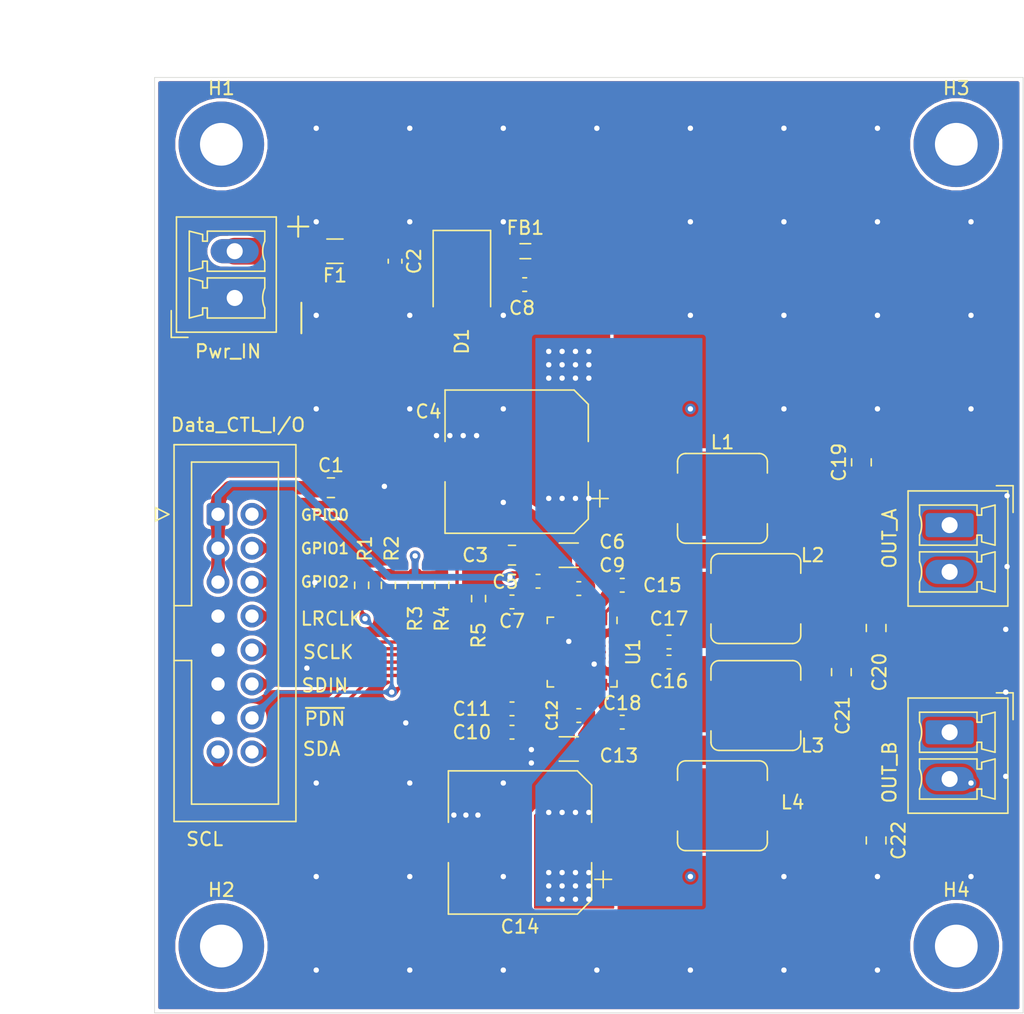
<source format=kicad_pcb>
(kicad_pcb (version 20171130) (host pcbnew 5.1.10)
  (title_block (title "DRV5825 Capacitive drive") (date 2021-06-06) (rev V0.1) (company 000) (comment 1 "Design: Alejandro Bizzotto"))
  (layers (0 F.Cu signal) (31 B.Cu signal hide) (34 B.Paste user hide) (35 F.Paste user hide) (36 B.SilkS user hide) (37 F.SilkS user) (38 B.Mask user hide) (39 F.Mask user hide) (44 Edge.Cuts user))
  (net 0 "")
  (net 1 GND)
  (net 2 VDD)
  (net 3 "Net-(C2-Pad1)")
  (net 4 Vdrive)
  (net 5 "Net-(C7-Pad1)")
  (net 6 "Net-(C10-Pad1)")
  (net 7 "Net-(C11-Pad1)")
  (net 8 "Net-(C15-Pad2)")
  (net 9 "Net-(C15-Pad1)")
  (net 10 "Net-(C16-Pad2)")
  (net 11 "Net-(C16-Pad1)")
  (net 12 "Net-(C17-Pad2)")
  (net 13 "Net-(C17-Pad1)")
  (net 14 "Net-(C18-Pad2)")
  (net 15 "Net-(C18-Pad1)")
  (net 16 "Net-(C19-Pad1)")
  (net 17 "Net-(C20-Pad1)")
  (net 18 "Net-(C21-Pad1)")
  (net 19 "Net-(C22-Pad1)")
  (net 20 "Net-(F1-Pad2)")
  (net 21 "Net-(J2-Pad16)")
  (net 22 "Net-(J2-Pad14)")
  (net 23 "Net-(J2-Pad12)")
  (net 24 "Net-(J2-Pad10)")
  (net 25 "Net-(J2-Pad8)")
  (net 26 "Net-(J2-Pad6)")
  (net 27 "Net-(J2-Pad4)")
  (net 28 "Net-(J2-Pad2)")
  (net 29 "Net-(J2-Pad15)")
  (net 30 "Net-(R5-Pad1)")
  (module MountingHole:MountingHole_3.2mm_M3_Pad (layer F.Cu) (at 202.5 130)
    (fp_text reference H4 (at 0 -4.2) (layer F.SilkS))
    (fp_text value 3mm)
    (pad 1 thru_hole circle (at 0 0) (size 6.4 6.4) (drill 3.2) (layers *.Cu *.Mask))
  )
  (module MountingHole:MountingHole_3.2mm_M3_Pad (layer F.Cu) (at 202.5 70)
    (fp_text reference H3 (at 0 -4.2) (layer F.SilkS))
    (fp_text value 3mm)
    (pad 1 thru_hole circle (at 0 0) (size 6.4 6.4) (drill 3.2) (layers *.Cu *.Mask))
  )
  (module MountingHole:MountingHole_3.2mm_M3_Pad (layer F.Cu) (at 147.5 130)
    (fp_text reference H2 (at 0 -4.2) (layer F.SilkS))
    (fp_text value 3mm)
    (pad 1 thru_hole circle (at 0 0) (size 6.4 6.4) (drill 3.2) (layers *.Cu *.Mask))
  )
  (module MountingHole:MountingHole_3.2mm_M3_Pad (layer F.Cu) (at 147.5 70)
    (fp_text reference H1 (at 0 -4.2) (layer F.SilkS))
    (fp_text value 3mm)
    (pad 1 thru_hole circle (at 0 0) (size 6.4 6.4) (drill 3.2) (layers *.Cu *.Mask))
  )
  (module Package_DFN_QFN:QFN-32-1EP_5x5mm_P0.5mm_EP3.3x3.3mm (layer F.Cu) (at 174.5 108 270)
    (fp_text reference U1 (at 0 -3.82 90) (layer F.SilkS))
    (fp_text value DRV5825P)
    (pad 33 smd rect (at 0 0 270) (size 3.3 3.3) (layers F.Cu F.Mask) (net 1 GND))
    (pad 32 smd roundrect (at -1.75 -2.4375 270) (size 0.25 0.875) (layers F.Cu F.Paste F.Mask) (net 1 GND))
    (pad 31 smd roundrect (at -1.25 -2.4375 270) (size 0.25 0.875) (layers F.Cu F.Paste F.Mask) (net 1 GND))
    (pad 30 smd roundrect (at -0.75 -2.4375 270) (size 0.25 0.875) (layers F.Cu F.Paste F.Mask) (net 13 "Net-(C17-Pad1)"))
    (pad 29 smd roundrect (at -0.25 -2.4375 270) (size 0.25 0.875) (layers F.Cu F.Paste F.Mask) (net 12 "Net-(C17-Pad2)"))
    (pad 28 smd roundrect (at 0.25 -2.4375 270) (size 0.25 0.875) (layers F.Cu F.Paste F.Mask) (net 10 "Net-(C16-Pad2)"))
    (pad 27 smd roundrect (at 0.75 -2.4375 270) (size 0.25 0.875) (layers F.Cu F.Paste F.Mask) (net 11 "Net-(C16-Pad1)"))
    (pad 26 smd roundrect (at 1.25 -2.4375 270) (size 0.25 0.875) (layers F.Cu F.Paste F.Mask) (net 1 GND))
    (pad 25 smd roundrect (at 1.75 -2.4375 270) (size 0.25 0.875) (layers F.Cu F.Paste F.Mask) (net 1 GND))
    (pad 24 smd roundrect (at 2.4375 -1.75 270) (size 0.875 0.25) (layers F.Cu F.Paste F.Mask) (net 14 "Net-(C18-Pad2)"))
    (pad 23 smd roundrect (at 2.4375 -1.25 270) (size 0.875 0.25) (layers F.Cu F.Paste F.Mask) (net 15 "Net-(C18-Pad1)"))
    (pad 22 smd roundrect (at 2.4375 -0.75 270) (size 0.875 0.25) (layers F.Cu F.Paste F.Mask) (net 4 Vdrive))
    (pad 21 smd roundrect (at 2.4375 -0.25 270) (size 0.875 0.25) (layers F.Cu F.Paste F.Mask) (net 4 Vdrive))
    (pad 20 smd roundrect (at 2.4375 0.25 270) (size 0.875 0.25) (layers F.Cu F.Paste F.Mask) (net 1 GND))
    (pad 19 smd roundrect (at 2.4375 0.75 270) (size 0.875 0.25) (layers F.Cu F.Paste F.Mask) (net 6 "Net-(C10-Pad1)"))
    (pad 18 smd roundrect (at 2.4375 1.25 270) (size 0.875 0.25) (layers F.Cu F.Paste F.Mask) (net 7 "Net-(C11-Pad1)"))
    (pad 17 smd roundrect (at 2.4375 1.75 270) (size 0.875 0.25) (layers F.Cu F.Paste F.Mask) (net 22 "Net-(J2-Pad14)"))
    (pad 16 smd roundrect (at 1.75 2.4375 270) (size 0.25 0.875) (layers F.Cu F.Paste F.Mask) (net 29 "Net-(J2-Pad15)"))
    (pad 15 smd roundrect (at 1.25 2.4375 270) (size 0.25 0.875) (layers F.Cu F.Paste F.Mask) (net 21 "Net-(J2-Pad16)"))
    (pad 14 smd roundrect (at 0.75 2.4375 270) (size 0.25 0.875) (layers F.Cu F.Paste F.Mask) (net 23 "Net-(J2-Pad12)"))
    (pad 13 smd roundrect (at 0.25 2.4375 270) (size 0.25 0.875) (layers F.Cu F.Paste F.Mask) (net 24 "Net-(J2-Pad10)"))
    (pad 12 smd roundrect (at -0.25 2.4375 270) (size 0.25 0.875) (layers F.Cu F.Paste F.Mask) (net 25 "Net-(J2-Pad8)"))
    (pad 11 smd roundrect (at -0.75 2.4375 270) (size 0.25 0.875) (layers F.Cu F.Paste F.Mask) (net 26 "Net-(J2-Pad6)"))
    (pad 10 smd roundrect (at -1.25 2.4375 270) (size 0.25 0.875) (layers F.Cu F.Paste F.Mask) (net 27 "Net-(J2-Pad4)"))
    (pad 9 smd roundrect (at -1.75 2.4375 270) (size 0.25 0.875) (layers F.Cu F.Paste F.Mask) (net 28 "Net-(J2-Pad2)"))
    (pad 8 smd roundrect (at -2.4375 1.75 270) (size 0.875 0.25) (layers F.Cu F.Paste F.Mask) (net 30 "Net-(R5-Pad1)"))
    (pad 7 smd roundrect (at -2.4375 1.25 270) (size 0.875 0.25) (layers F.Cu F.Paste F.Mask) (net 5 "Net-(C7-Pad1)"))
    (pad 6 smd roundrect (at -2.4375 0.75 270) (size 0.875 0.25) (layers F.Cu F.Paste F.Mask) (net 2 VDD))
    (pad 5 smd roundrect (at -2.4375 0.25 270) (size 0.875 0.25) (layers F.Cu F.Paste F.Mask) (net 1 GND))
    (pad 4 smd roundrect (at -2.4375 -0.25 270) (size 0.875 0.25) (layers F.Cu F.Paste F.Mask) (net 4 Vdrive))
    (pad 3 smd roundrect (at -2.4375 -0.75 270) (size 0.875 0.25) (layers F.Cu F.Paste F.Mask) (net 4 Vdrive))
    (pad 2 smd roundrect (at -2.4375 -1.25 270) (size 0.875 0.25) (layers F.Cu F.Paste F.Mask) (net 9 "Net-(C15-Pad1)"))
    (pad 1 smd roundrect (at -2.4375 -1.75 270) (size 0.875 0.25) (layers F.Cu F.Paste F.Mask) (net 8 "Net-(C15-Pad2)"))
  )
  (module Resistor_SMD:R_0603_1608Metric (layer F.Cu) (at 166.75 104 90)
    (fp_text reference R5 (at -2.75 0 90) (layer F.SilkS))
    (fp_text value 0)
    (pad 2 smd roundrect (at 0.825 0 90) (size 0.8 0.95) (layers F.Cu F.Paste F.Mask) (net 1 GND))
    (pad 1 smd roundrect (at -0.825 0 90) (size 0.8 0.95) (layers F.Cu F.Paste F.Mask) (net 30 "Net-(R5-Pad1)"))
  )
  (module Resistor_SMD:R_0603_1608Metric (layer F.Cu) (at 164 103 270)
    (fp_text reference R4 (at 2.5 0 90) (layer F.SilkS))
    (fp_text value 10k)
    (pad 2 smd roundrect (at 0.825 0 270) (size 0.8 0.95) (layers F.Cu F.Paste F.Mask) (net 28 "Net-(J2-Pad2)"))
    (pad 1 smd roundrect (at -0.825 0 270) (size 0.8 0.95) (layers F.Cu F.Paste F.Mask) (net 2 VDD))
  )
  (module Resistor_SMD:R_0603_1608Metric (layer F.Cu) (at 162 103 270)
    (fp_text reference R3 (at 2.5 0 90) (layer F.SilkS))
    (fp_text value 10k)
    (pad 2 smd roundrect (at 0.825 0 270) (size 0.8 0.95) (layers F.Cu F.Paste F.Mask) (net 27 "Net-(J2-Pad4)"))
    (pad 1 smd roundrect (at -0.825 0 270) (size 0.8 0.95) (layers F.Cu F.Paste F.Mask) (net 2 VDD))
  )
  (module Resistor_SMD:R_0603_1608Metric (layer F.Cu) (at 160 103 270)
    (fp_text reference R2 (at -2.75 -0.25 90) (layer F.SilkS))
    (fp_text value 10k)
    (pad 2 smd roundrect (at 0.825 0 270) (size 0.8 0.95) (layers F.Cu F.Paste F.Mask) (net 26 "Net-(J2-Pad6)"))
    (pad 1 smd roundrect (at -0.825 0 270) (size 0.8 0.95) (layers F.Cu F.Paste F.Mask) (net 2 VDD))
  )
  (module Resistor_SMD:R_0603_1608Metric (layer F.Cu) (at 158 103 270)
    (fp_text reference R1 (at -2.75 -0.25 90) (layer F.SilkS))
    (fp_text value 10k)
    (pad 2 smd roundrect (at 0.825 0 270) (size 0.8 0.95) (layers F.Cu F.Paste F.Mask) (net 22 "Net-(J2-Pad14)"))
    (pad 1 smd roundrect (at -0.825 0 270) (size 0.8 0.95) (layers F.Cu F.Paste F.Mask) (net 2 VDD))
  )
  (module Inductor_SMD:L_Sumida_CDMC6D28_7.25x6.5mm (layer F.Cu) (at 185 119.5)
    (fp_text reference L4 (at 5.25 -0.25) (layer F.SilkS))
    (fp_text value 3.3µH)
    (pad 2 smd rect (at 2.85 0) (size 2 3.4) (layers F.Cu F.Paste F.Mask) (net 19 "Net-(C22-Pad1)"))
    (pad 1 smd rect (at -2.85 0) (size 2 3.4) (layers F.Cu F.Paste F.Mask) (net 15 "Net-(C18-Pad1)"))
  )
  (module Inductor_SMD:L_Sumida_CDMC6D28_7.25x6.5mm (layer F.Cu) (at 187.5 112)
    (fp_text reference L3 (at 4.25 3) (layer F.SilkS))
    (fp_text value 3.3µH)
    (pad 2 smd rect (at 2.85 0) (size 2 3.4) (layers F.Cu F.Paste F.Mask) (net 18 "Net-(C21-Pad1)"))
    (pad 1 smd rect (at -2.85 0) (size 2 3.4) (layers F.Cu F.Paste F.Mask) (net 11 "Net-(C16-Pad1)"))
  )
  (module Inductor_SMD:L_Sumida_CDMC6D28_7.25x6.5mm (layer F.Cu) (at 187.5 104)
    (fp_text reference L2 (at 4.25 -3.25) (layer F.SilkS))
    (fp_text value 3.3µH)
    (pad 2 smd rect (at 2.85 0) (size 2 3.4) (layers F.Cu F.Paste F.Mask) (net 17 "Net-(C20-Pad1)"))
    (pad 1 smd rect (at -2.85 0) (size 2 3.4) (layers F.Cu F.Paste F.Mask) (net 13 "Net-(C17-Pad1)"))
  )
  (module Inductor_SMD:L_Sumida_CDMC6D28_7.25x6.5mm (layer F.Cu) (at 185 96.5)
    (fp_text reference L1 (at 0 -4.2) (layer F.SilkS))
    (fp_text value 3.3µH)
    (pad 2 smd rect (at 2.85 0) (size 2 3.4) (layers F.Cu F.Paste F.Mask) (net 16 "Net-(C19-Pad1)"))
    (pad 1 smd rect (at -2.85 0) (size 2 3.4) (layers F.Cu F.Paste F.Mask) (net 9 "Net-(C15-Pad1)"))
  )
  (module Connector_Phoenix_MC:PhoenixContact_MCV_1,5_2-G-3.5_1x02_P3.50mm_Vertical (layer F.Cu) (at 202 114 270)
    (fp_text reference OUT_B (at 3 4.5 90) (layer F.SilkS))
    (fp_text value CH_B)
    (pad 2 thru_hole oval (at 3.5 0 270) (size 1.8 3.6) (drill 1.2) (layers *.Cu *.Mask) (net 19 "Net-(C22-Pad1)"))
    (pad 1 thru_hole roundrect (at 0 0 270) (size 1.8 3.6) (drill 1.2) (layers *.Cu *.Mask) (roundrect_rratio 0.1388888888888889) (net 18 "Net-(C21-Pad1)"))
  )
  (module Connector_Phoenix_MC:PhoenixContact_MCV_1,5_2-G-3.5_1x02_P3.50mm_Vertical (layer F.Cu) (at 202 98.5 270)
    (fp_text reference OUT_A (at 1 4.5 90) (layer F.SilkS))
    (fp_text value CH_A)
    (pad 2 thru_hole oval (at 3.5 0 270) (size 1.8 3.6) (drill 1.2) (layers *.Cu *.Mask) (net 17 "Net-(C20-Pad1)"))
    (pad 1 thru_hole roundrect (at 0 0 270) (size 1.8 3.6) (drill 1.2) (layers *.Cu *.Mask) (roundrect_rratio 0.1388888888888889) (net 16 "Net-(C19-Pad1)"))
  )
  (module Connector_IDC:IDC-Header_2x08_P2.54mm_Vertical (layer F.Cu) (at 147.25 97.69)
    (fp_text reference Data_CTL_I/O (at 1.5 -6.69) (layer F.SilkS))
    (fp_text value Data_I/O)
    (pad 16 thru_hole circle (at 2.54 17.78) (size 1.7 1.7) (drill 1) (layers *.Cu *.Mask) (net 21 "Net-(J2-Pad16)"))
    (pad 14 thru_hole circle (at 2.54 15.24) (size 1.7 1.7) (drill 1) (layers *.Cu *.Mask) (net 22 "Net-(J2-Pad14)"))
    (pad 12 thru_hole circle (at 2.54 12.7) (size 1.7 1.7) (drill 1) (layers *.Cu *.Mask) (net 23 "Net-(J2-Pad12)"))
    (pad 10 thru_hole circle (at 2.54 10.16) (size 1.7 1.7) (drill 1) (layers *.Cu *.Mask) (net 24 "Net-(J2-Pad10)"))
    (pad 8 thru_hole circle (at 2.54 7.62) (size 1.7 1.7) (drill 1) (layers *.Cu *.Mask) (net 25 "Net-(J2-Pad8)"))
    (pad 6 thru_hole circle (at 2.54 5.08) (size 1.7 1.7) (drill 1) (layers *.Cu *.Mask) (net 26 "Net-(J2-Pad6)"))
    (pad 4 thru_hole circle (at 2.54 2.54) (size 1.7 1.7) (drill 1) (layers *.Cu *.Mask) (net 27 "Net-(J2-Pad4)"))
    (pad 2 thru_hole circle (at 2.54 0) (size 1.7 1.7) (drill 1) (layers *.Cu *.Mask) (net 28 "Net-(J2-Pad2)"))
    (pad 15 thru_hole circle (at 0 17.78) (size 1.7 1.7) (drill 1) (layers *.Cu *.Mask) (net 29 "Net-(J2-Pad15)"))
    (pad 13 thru_hole circle (at 0 15.24) (size 1.7 1.7) (drill 1) (layers *.Cu *.Mask) (net 1 GND))
    (pad 11 thru_hole circle (at 0 12.7) (size 1.7 1.7) (drill 1) (layers *.Cu *.Mask) (net 1 GND))
    (pad 9 thru_hole circle (at 0 10.16) (size 1.7 1.7) (drill 1) (layers *.Cu *.Mask) (net 1 GND))
    (pad 7 thru_hole circle (at 0 7.62) (size 1.7 1.7) (drill 1) (layers *.Cu *.Mask) (net 1 GND))
    (pad 5 thru_hole circle (at 0 5.08) (size 1.7 1.7) (drill 1) (layers *.Cu *.Mask) (net 2 VDD))
    (pad 3 thru_hole circle (at 0 2.54) (size 1.7 1.7) (drill 1) (layers *.Cu *.Mask) (net 2 VDD))
    (pad 1 thru_hole roundrect (at 0 0) (size 1.7 1.7) (drill 1) (layers *.Cu *.Mask) (roundrect_rratio 0.1470588235294118) (net 2 VDD))
  )
  (module Connector_Phoenix_MC:PhoenixContact_MCV_1,5_2-G-3.5_1x02_P3.50mm_Vertical (layer F.Cu) (at 148.5 81.5 90)
    (fp_text reference Pwr_IN (at -4 -0.5 180) (layer F.SilkS))
    (fp_text value Power_in)
    (pad 2 thru_hole oval (at 3.5 0 90) (size 1.8 3.6) (drill 1.2) (layers *.Cu *.Mask) (net 20 "Net-(F1-Pad2)"))
    (pad 1 thru_hole roundrect (at 0 0 90) (size 1.8 3.6) (drill 1.2) (layers *.Cu *.Mask) (roundrect_rratio 0.1388888888888889) (net 1 GND))
  )
  (module Inductor_SMD:L_0805_2012Metric (layer F.Cu) (at 170.25 78 180)
    (fp_text reference FB1 (at 0 1.75) (layer F.SilkS))
    (fp_text value Ferrite_Bead)
    (pad 2 smd roundrect (at 1.0625 0 180) (size 0.875 1.2) (layers F.Cu F.Paste F.Mask) (net 3 "Net-(C2-Pad1)"))
    (pad 1 smd roundrect (at -1.0625 0 180) (size 0.875 1.2) (layers F.Cu F.Paste F.Mask) (net 4 Vdrive))
  )
  (module Fuse:Fuse_1206_3216Metric (layer F.Cu) (at 156 78 180)
    (fp_text reference F1 (at 0 -1.82) (layer F.SilkS))
    (fp_text value Fuse)
    (pad 2 smd roundrect (at 1.4 0 180) (size 1.25 1.75) (layers F.Cu F.Paste F.Mask) (roundrect_rratio 0.2) (net 20 "Net-(F1-Pad2)"))
    (pad 1 smd roundrect (at -1.4 0 180) (size 1.25 1.75) (layers F.Cu F.Paste F.Mask) (roundrect_rratio 0.2) (net 3 "Net-(C2-Pad1)"))
  )
  (module Diode_SMD:D_SMB (layer F.Cu) (at 165.5 80 270)
    (fp_text reference D1 (at 4.75 0 90) (layer F.SilkS))
    (fp_text value D_Zener)
    (pad 2 smd rect (at 2.15 0 270) (size 2.5 2.3) (layers F.Cu F.Paste F.Mask) (net 1 GND))
    (pad 1 smd rect (at -2.15 0 270) (size 2.5 2.3) (layers F.Cu F.Paste F.Mask) (net 3 "Net-(C2-Pad1)"))
  )
  (module Capacitor_SMD:C_0805_2012Metric (layer F.Cu) (at 196.5 122.1 270)
    (fp_text reference C22 (at 0 -1.68 90) (layer F.SilkS))
    (fp_text value "0.47µ 50V 0805")
    (pad 2 smd roundrect (at 0.95 0 270) (size 1 1.45) (layers F.Cu F.Paste F.Mask) (net 1 GND))
    (pad 1 smd roundrect (at -0.95 0 270) (size 1 1.45) (layers F.Cu F.Paste F.Mask) (net 19 "Net-(C22-Pad1)"))
  )
  (module Capacitor_SMD:C_0805_2012Metric (layer F.Cu) (at 193.9 109.5 90)
    (fp_text reference C21 (at -3.25 0.1 90) (layer F.SilkS))
    (fp_text value "0.47µ 50V 0805")
    (pad 2 smd roundrect (at 0.95 0 90) (size 1 1.45) (layers F.Cu F.Paste F.Mask) (net 1 GND))
    (pad 1 smd roundrect (at -0.95 0 90) (size 1 1.45) (layers F.Cu F.Paste F.Mask) (net 18 "Net-(C21-Pad1)"))
  )
  (module Capacitor_SMD:C_0805_2012Metric (layer F.Cu) (at 196.5 106.2 270)
    (fp_text reference C20 (at 3.3 -0.25 90) (layer F.SilkS))
    (fp_text value "0.47µ 50V 0805")
    (pad 2 smd roundrect (at 0.95 0 270) (size 1 1.45) (layers F.Cu F.Paste F.Mask) (net 1 GND))
    (pad 1 smd roundrect (at -0.95 0 270) (size 1 1.45) (layers F.Cu F.Paste F.Mask) (net 17 "Net-(C20-Pad1)"))
  )
  (module Capacitor_SMD:C_0805_2012Metric (layer F.Cu) (at 195.4 93.8 90)
    (fp_text reference C19 (at 0 -1.68 90) (layer F.SilkS))
    (fp_text value "0.47µ 50V 0805")
    (pad 2 smd roundrect (at 0.95 0 90) (size 1 1.45) (layers F.Cu F.Paste F.Mask) (net 1 GND))
    (pad 1 smd roundrect (at -0.95 0 90) (size 1 1.45) (layers F.Cu F.Paste F.Mask) (net 16 "Net-(C19-Pad1)"))
  )
  (module Capacitor_SMD:C_0603_1608Metric (layer F.Cu) (at 177.5 113.25)
    (fp_text reference C18 (at 0 -1.43) (layer F.SilkS))
    (fp_text value 0.47µ)
    (pad 2 smd roundrect (at 0.775 0) (size 0.9 0.95) (layers F.Cu F.Paste F.Mask) (net 14 "Net-(C18-Pad2)"))
    (pad 1 smd roundrect (at -0.775 0) (size 0.9 0.95) (layers F.Cu F.Paste F.Mask) (net 15 "Net-(C18-Pad1)"))
  )
  (module Capacitor_SMD:C_0603_1608Metric (layer F.Cu) (at 181 107.25 180)
    (fp_text reference C17 (at 0 1.75) (layer F.SilkS))
    (fp_text value 0.47µ)
    (pad 2 smd roundrect (at 0.775 0 180) (size 0.9 0.95) (layers F.Cu F.Paste F.Mask) (net 12 "Net-(C17-Pad2)"))
    (pad 1 smd roundrect (at -0.775 0 180) (size 0.9 0.95) (layers F.Cu F.Paste F.Mask) (net 13 "Net-(C17-Pad1)"))
  )
  (module Capacitor_SMD:C_0603_1608Metric (layer F.Cu) (at 181 108.75 180)
    (fp_text reference C16 (at 0 -1.43) (layer F.SilkS))
    (fp_text value 0.47µ)
    (pad 2 smd roundrect (at 0.775 0 180) (size 0.9 0.95) (layers F.Cu F.Paste F.Mask) (net 10 "Net-(C16-Pad2)"))
    (pad 1 smd roundrect (at -0.775 0 180) (size 0.9 0.95) (layers F.Cu F.Paste F.Mask) (net 11 "Net-(C16-Pad1)"))
  )
  (module Capacitor_SMD:C_0603_1608Metric (layer F.Cu) (at 177.5 103)
    (fp_text reference C15 (at 3 0) (layer F.SilkS))
    (fp_text value 0.47µ)
    (pad 2 smd roundrect (at 0.775 0) (size 0.9 0.95) (layers F.Cu F.Paste F.Mask) (net 8 "Net-(C15-Pad2)"))
    (pad 1 smd roundrect (at -0.775 0) (size 0.9 0.95) (layers F.Cu F.Paste F.Mask) (net 9 "Net-(C15-Pad1)"))
  )
  (module Capacitor_SMD:CP_Elec_10x14.3 (layer F.Cu) (at 169.85 122.25 180)
    (fp_text reference C14 (at 0 -6.3) (layer F.SilkS))
    (fp_text value 470µ)
    (pad 2 smd roundrect (at 4.2 0 180) (size 4.4 2.5) (layers F.Cu F.Paste F.Mask) (roundrect_rratio 0.1) (net 1 GND))
    (pad 1 smd roundrect (at -4.2 0 180) (size 4.4 2.5) (layers F.Cu F.Paste F.Mask) (roundrect_rratio 0.1) (net 4 Vdrive))
  )
  (module Capacitor_SMD:C_1206_3216Metric (layer F.Cu) (at 173.5 115.25 180)
    (fp_text reference C13 (at -3.75 -0.5) (layer F.SilkS))
    (fp_text value 22µ)
    (pad 2 smd roundrect (at 1.475 0 180) (size 1.15 1.8) (layers F.Cu F.Paste F.Mask) (roundrect_rratio 0.2173904347826087) (net 1 GND))
    (pad 1 smd roundrect (at -1.475 0 180) (size 1.15 1.8) (layers F.Cu F.Paste F.Mask) (roundrect_rratio 0.2173904347826087) (net 4 Vdrive))
  )
  (module Capacitor_SMD:C_0603_1608Metric (layer F.Cu) (at 174.25 112.75 180)
    (fp_text reference C12 (at 2 0 90) (layer F.SilkS) (effects (font (size 0.8 0.8))))
    (fp_text value 0.1µ)
    (pad 2 smd roundrect (at 0.775 0 180) (size 0.9 0.95) (layers F.Cu F.Paste F.Mask) (net 1 GND))
    (pad 1 smd roundrect (at -0.775 0 180) (size 0.9 0.95) (layers F.Cu F.Paste F.Mask) (net 4 Vdrive))
  )
  (module Capacitor_SMD:C_0603_1608Metric (layer F.Cu) (at 169.25 112.25 180)
    (fp_text reference C11 (at 3 0) (layer F.SilkS))
    (fp_text value 1µ)
    (pad 2 smd roundrect (at 0.775 0 180) (size 0.9 0.95) (layers F.Cu F.Paste F.Mask) (net 1 GND))
    (pad 1 smd roundrect (at -0.775 0 180) (size 0.9 0.95) (layers F.Cu F.Paste F.Mask) (net 7 "Net-(C11-Pad1)"))
  )
  (module Capacitor_SMD:C_0603_1608Metric (layer F.Cu) (at 169.25 114 180)
    (fp_text reference C10 (at 3 0) (layer F.SilkS))
    (fp_text value 1µ)
    (pad 2 smd roundrect (at 0.775 0 180) (size 0.9 0.95) (layers F.Cu F.Paste F.Mask) (net 1 GND))
    (pad 1 smd roundrect (at -0.775 0 180) (size 0.9 0.95) (layers F.Cu F.Paste F.Mask) (net 6 "Net-(C10-Pad1)"))
  )
  (module Capacitor_SMD:C_0603_1608Metric (layer F.Cu) (at 174.25 103.25 180)
    (fp_text reference C9 (at -2.5 1.75) (layer F.SilkS))
    (fp_text value 0.1µ)
    (pad 2 smd roundrect (at 0.775 0 180) (size 0.9 0.95) (layers F.Cu F.Paste F.Mask) (net 1 GND))
    (pad 1 smd roundrect (at -0.775 0 180) (size 0.9 0.95) (layers F.Cu F.Paste F.Mask) (net 4 Vdrive))
  )
  (module Capacitor_SMD:C_0603_1608Metric (layer F.Cu) (at 170.2 80.5)
    (fp_text reference C8 (at -0.2 1.75) (layer F.SilkS))
    (fp_text value 1µ)
    (pad 2 smd roundrect (at 0.775 0) (size 0.9 0.95) (layers F.Cu F.Paste F.Mask) (net 4 Vdrive))
    (pad 1 smd roundrect (at -0.775 0) (size 0.9 0.95) (layers F.Cu F.Paste F.Mask) (net 1 GND))
  )
  (module Capacitor_SMD:C_0603_1608Metric (layer F.Cu) (at 169.25 104.25 180)
    (fp_text reference C7 (at 0 -1.43) (layer F.SilkS))
    (fp_text value 1µ)
    (pad 2 smd roundrect (at 0.775 0 180) (size 0.9 0.95) (layers F.Cu F.Paste F.Mask) (net 1 GND))
    (pad 1 smd roundrect (at -0.775 0 180) (size 0.9 0.95) (layers F.Cu F.Paste F.Mask) (net 5 "Net-(C7-Pad1)"))
  )
  (module Capacitor_SMD:C_1206_3216Metric (layer F.Cu) (at 173.5 100.75 180)
    (fp_text reference C6 (at -3.25 1) (layer F.SilkS))
    (fp_text value 22µ)
    (pad 2 smd roundrect (at 1.475 0 180) (size 1.15 1.8) (layers F.Cu F.Paste F.Mask) (roundrect_rratio 0.2173904347826087) (net 1 GND))
    (pad 1 smd roundrect (at -1.475 0 180) (size 1.15 1.8) (layers F.Cu F.Paste F.Mask) (roundrect_rratio 0.2173904347826087) (net 4 Vdrive))
  )
  (module Capacitor_SMD:C_0603_1608Metric (layer F.Cu) (at 171.2 102.7)
    (fp_text reference C5 (at -2.45 0.05) (layer F.SilkS))
    (fp_text value 0.1µ)
    (pad 2 smd roundrect (at 0.775 0) (size 0.9 0.95) (layers F.Cu F.Paste F.Mask) (net 1 GND))
    (pad 1 smd roundrect (at -0.775 0) (size 0.9 0.95) (layers F.Cu F.Paste F.Mask) (net 2 VDD))
  )
  (module Capacitor_SMD:CP_Elec_10x14.3 (layer F.Cu) (at 169.6 93.75 180)
    (fp_text reference C4 (at 6.6 3.75) (layer F.SilkS))
    (fp_text value 470µ)
    (pad 2 smd roundrect (at 4.2 0 180) (size 4.4 2.5) (layers F.Cu F.Paste F.Mask) (roundrect_rratio 0.1) (net 1 GND))
    (pad 1 smd roundrect (at -4.2 0 180) (size 4.4 2.5) (layers F.Cu F.Paste F.Mask) (roundrect_rratio 0.1) (net 4 Vdrive))
  )
  (module Capacitor_SMD:C_0805_2012Metric (layer F.Cu) (at 169.25 100.75 180)
    (fp_text reference C3 (at 2.75 0) (layer F.SilkS))
    (fp_text value 4.7µ)
    (pad 2 smd roundrect (at 0.95 0 180) (size 1 1.45) (layers F.Cu F.Paste F.Mask) (net 1 GND))
    (pad 1 smd roundrect (at -0.95 0 180) (size 1 1.45) (layers F.Cu F.Paste F.Mask) (net 2 VDD))
  )
  (module Capacitor_SMD:C_0603_1608Metric (layer F.Cu) (at 160.5 78.75 270)
    (fp_text reference C2 (at 0 -1.43 90) (layer F.SilkS))
    (fp_text value 0.1µ)
    (pad 2 smd roundrect (at 0.775 0 270) (size 0.9 0.95) (layers F.Cu F.Paste F.Mask) (net 1 GND))
    (pad 1 smd roundrect (at -0.775 0 270) (size 0.9 0.95) (layers F.Cu F.Paste F.Mask) (net 3 "Net-(C2-Pad1)"))
  )
  (module Capacitor_SMD:C_0805_2012Metric (layer F.Cu) (at 155.7 95.7)
    (fp_text reference C1 (at 0 -1.68) (layer F.SilkS))
    (fp_text value 4.7µ)
    (pad 2 smd roundrect (at 0.95 0) (size 1 1.45) (layers F.Cu F.Paste F.Mask) (net 1 GND))
    (pad 1 smd roundrect (at -0.95 0) (size 1 1.45) (layers F.Cu F.Paste F.Mask) (net 2 VDD))
  )
  (gr_text GPIO0 (at 155.25 97.75) (layer F.SilkS) (effects (font (size 0.8 0.8))))
  (gr_text GPIO1 (at 155.25 100.25) (layer F.SilkS) (effects (font (size 0.8 0.8))))
  (gr_text GPIO2 (at 155.25 102.75) (layer F.SilkS) (effects (font (size 0.8 0.8))))
  (gr_text LRCLK (at 155.75 105.5) (layer F.SilkS) (effects (font (size 1 1))))
  (gr_text SCLK (at 155.5 108) (layer F.SilkS) (effects (font (size 1 1))))
  (gr_text SDIN (at 155.25 110.5) (layer F.SilkS) (effects (font (size 1 1))))
  (gr_text ~PDN (at 155.25 113) (layer F.SilkS) (effects (font (size 1 1))))
  (gr_text SCL (at 146.25 122) (layer F.SilkS) (effects (font (size 1 1))))
  (gr_text SDA (at 155 115.25) (layer F.SilkS) (effects (font (size 1 1))))
  (gr_text - (at 153.25 83 90) (layer F.SilkS) (effects (font (size 3 3))))
  (gr_text + (at 153.25 76) (layer F.SilkS) (effects (font (size 2 2))))
  (gr_line (start 142.5 135) (end 142.5 65) (layer Edge.Cuts) (width 0.05))
  (gr_line (start 207.5 135) (end 142.5 135) (layer Edge.Cuts) (width 0.05))
  (gr_line (start 207.5 65) (end 207.5 135) (layer Edge.Cuts) (width 0.05))
  (gr_line (start 142.5 65) (end 207.5 65) (layer Edge.Cuts) (width 0.05))
  (via (at 175.4 108.9) (size 0.8) (drill 0.4) (layers F.Cu B.Cu) (net 1))
  (via (at 173.5 107.2) (size 0.8) (drill 0.4) (layers F.Cu B.Cu) (net 1))
  (segment (start 174.25 108.25) (end 174.5 108) (width 0.25) (layer F.Cu) (net 1))
  (segment (start 174.25 110.4375) (end 174.25 108.25) (width 0.25) (layer F.Cu) (net 1))
  (segment (start 175.75 109.25) (end 174.5 108) (width 0.25) (layer F.Cu) (net 1))
  (segment (start 176.9375 109.25) (end 175.75 109.25) (width 0.25) (layer F.Cu) (net 1))
  (segment (start 176.9375 109.75) (end 176.9375 109.25) (width 0.25) (layer F.Cu) (net 1))
  (segment (start 176.9375 106.25) (end 176.9375 106.75) (width 0.25) (layer F.Cu) (net 1))
  (segment (start 175.75 106.75) (end 174.5 108) (width 0.25) (layer F.Cu) (net 1))
  (segment (start 176.9375 106.75) (end 175.75 106.75) (width 0.25) (layer F.Cu) (net 1))
  (segment (start 174.25 107.75) (end 174.5 108) (width 0.25) (layer F.Cu) (net 1))
  (segment (start 174.25 105.5625) (end 174.25 107.75) (width 0.25) (layer F.Cu) (net 1))
  (segment (start 174.25 104.025) (end 173.475 103.25) (width 0.25) (layer F.Cu) (net 1))
  (segment (start 174.25 105.5625) (end 174.25 104.025) (width 0.25) (layer F.Cu) (net 1))
  (segment (start 173.475 111.9875) (end 173.475 112.75) (width 0.25) (layer F.Cu) (net 1))
  (segment (start 174.25 111.2125) (end 173.475 111.9875) (width 0.25) (layer F.Cu) (net 1))
  (segment (start 174.25 110.4375) (end 174.25 111.2125) (width 0.25) (layer F.Cu) (net 1))
  (via (at 154.6 68.8) (size 0.8) (drill 0.4) (layers F.Cu B.Cu) (net 1))
  (via (at 161.6 68.8) (size 0.8) (drill 0.4) (layers F.Cu B.Cu) (net 1))
  (via (at 168.6 68.8) (size 0.8) (drill 0.4) (layers F.Cu B.Cu) (net 1))
  (via (at 175.6 68.8) (size 0.8) (drill 0.4) (layers F.Cu B.Cu) (net 1))
  (via (at 182.6 68.8) (size 0.8) (drill 0.4) (layers F.Cu B.Cu) (net 1))
  (via (at 189.6 68.8) (size 0.8) (drill 0.4) (layers F.Cu B.Cu) (net 1))
  (via (at 196.6 68.8) (size 0.8) (drill 0.4) (layers F.Cu B.Cu) (net 1))
  (via (at 154.6 75.8) (size 0.8) (drill 0.4) (layers F.Cu B.Cu) (net 1))
  (via (at 161.6 75.8) (size 0.8) (drill 0.4) (layers F.Cu B.Cu) (net 1))
  (via (at 168.6 75.8) (size 0.8) (drill 0.4) (layers F.Cu B.Cu) (net 1))
  (via (at 182.6 75.8) (size 0.8) (drill 0.4) (layers F.Cu B.Cu) (net 1))
  (via (at 189.6 75.8) (size 0.8) (drill 0.4) (layers F.Cu B.Cu) (net 1))
  (via (at 196.6 75.8) (size 0.8) (drill 0.4) (layers F.Cu B.Cu) (net 1))
  (via (at 203.6 75.8) (size 0.8) (drill 0.4) (layers F.Cu B.Cu) (net 1))
  (via (at 154.6 82.8) (size 0.8) (drill 0.4) (layers F.Cu B.Cu) (net 1))
  (via (at 161.6 82.8) (size 0.8) (drill 0.4) (layers F.Cu B.Cu) (net 1))
  (via (at 168.6 82.8) (size 0.8) (drill 0.4) (layers F.Cu B.Cu) (net 1))
  (via (at 182.6 82.8) (size 0.8) (drill 0.4) (layers F.Cu B.Cu) (net 1))
  (via (at 189.6 82.8) (size 0.8) (drill 0.4) (layers F.Cu B.Cu) (net 1))
  (via (at 196.6 82.8) (size 0.8) (drill 0.4) (layers F.Cu B.Cu) (net 1))
  (via (at 203.6 82.8) (size 0.8) (drill 0.4) (layers F.Cu B.Cu) (net 1))
  (via (at 154.6 89.8) (size 0.8) (drill 0.4) (layers F.Cu B.Cu) (net 1))
  (via (at 161.6 89.8) (size 0.8) (drill 0.4) (layers F.Cu B.Cu) (net 1))
  (via (at 168.6 89.8) (size 0.8) (drill 0.4) (layers F.Cu B.Cu) (net 1))
  (via (at 182.6 89.8) (size 0.8) (drill 0.4) (layers F.Cu B.Cu) (net 1))
  (via (at 189.6 89.8) (size 0.8) (drill 0.4) (layers F.Cu B.Cu) (net 1))
  (via (at 196.6 89.8) (size 0.8) (drill 0.4) (layers F.Cu B.Cu) (net 1))
  (via (at 203.6 89.8) (size 0.8) (drill 0.4) (layers F.Cu B.Cu) (net 1))
  (via (at 159.7 95.6) (size 0.8) (drill 0.4) (layers F.Cu B.Cu) (net 1))
  (via (at 168.6 96.8) (size 0.8) (drill 0.4) (layers F.Cu B.Cu) (net 1))
  (via (at 154.5 102.8) (size 0.8) (drill 0.4) (layers F.Cu B.Cu) (net 1))
  (via (at 206.2 106.3) (size 0.8) (drill 0.4) (layers F.Cu B.Cu) (net 1))
  (via (at 206.3 101.6) (size 0.8) (drill 0.4) (layers F.Cu B.Cu) (net 1))
  (via (at 206.3 96.3) (size 0.8) (drill 0.4) (layers F.Cu B.Cu) (net 1))
  (via (at 153.9 109.2) (size 0.8) (drill 0.4) (layers F.Cu B.Cu) (net 1))
  (via (at 161.3 113.3) (size 0.8) (drill 0.4) (layers F.Cu B.Cu) (net 1))
  (via (at 170.7 116.3) (size 0.8) (drill 0.4) (layers F.Cu B.Cu) (net 1))
  (via (at 206.2 117.3) (size 0.8) (drill 0.4) (layers F.Cu B.Cu) (net 1))
  (via (at 206.2 111) (size 0.8) (drill 0.4) (layers F.Cu B.Cu) (net 1))
  (via (at 154.6 117.8) (size 0.8) (drill 0.4) (layers F.Cu B.Cu) (net 1))
  (via (at 161.6 117.8) (size 0.8) (drill 0.4) (layers F.Cu B.Cu) (net 1))
  (via (at 168.6 117.8) (size 0.8) (drill 0.4) (layers F.Cu B.Cu) (net 1))
  (via (at 154.6 124.8) (size 0.8) (drill 0.4) (layers F.Cu B.Cu) (net 1))
  (via (at 161.6 124.8) (size 0.8) (drill 0.4) (layers F.Cu B.Cu) (net 1))
  (via (at 168.6 124.8) (size 0.8) (drill 0.4) (layers F.Cu B.Cu) (net 1))
  (via (at 182.6 124.8) (size 0.8) (drill 0.4) (layers F.Cu B.Cu) (net 1))
  (via (at 189.6 124.8) (size 0.8) (drill 0.4) (layers F.Cu B.Cu) (net 1))
  (via (at 196.6 124.8) (size 0.8) (drill 0.4) (layers F.Cu B.Cu) (net 1))
  (via (at 203.6 124.8) (size 0.8) (drill 0.4) (layers F.Cu B.Cu) (net 1))
  (via (at 154.6 131.8) (size 0.8) (drill 0.4) (layers F.Cu B.Cu) (net 1))
  (via (at 161.6 131.8) (size 0.8) (drill 0.4) (layers F.Cu B.Cu) (net 1))
  (via (at 168.6 131.8) (size 0.8) (drill 0.4) (layers F.Cu B.Cu) (net 1))
  (via (at 175.6 131.8) (size 0.8) (drill 0.4) (layers F.Cu B.Cu) (net 1))
  (via (at 182.6 131.8) (size 0.8) (drill 0.4) (layers F.Cu B.Cu) (net 1))
  (via (at 189.6 131.8) (size 0.8) (drill 0.4) (layers F.Cu B.Cu) (net 1))
  (via (at 196.6 131.8) (size 0.8) (drill 0.4) (layers F.Cu B.Cu) (net 1))
  (via (at 170.7 115.3) (size 0.8) (drill 0.4) (layers F.Cu B.Cu) (net 1))
  (via (at 164.9 120.2) (size 0.8) (drill 0.4) (layers F.Cu B.Cu) (net 1))
  (via (at 165.8 120.2) (size 0.8) (drill 0.4) (layers F.Cu B.Cu) (net 1))
  (via (at 166.7 120.2) (size 0.8) (drill 0.4) (layers F.Cu B.Cu) (net 1))
  (via (at 163.6 91.8) (size 0.8) (drill 0.4) (layers F.Cu B.Cu) (net 1))
  (via (at 164.6 91.8) (size 0.8) (drill 0.4) (layers F.Cu B.Cu) (net 1))
  (via (at 165.6 91.8) (size 0.8) (drill 0.4) (layers F.Cu B.Cu) (net 1))
  (via (at 166.6 91.8) (size 0.8) (drill 0.4) (layers F.Cu B.Cu) (net 1))
  (segment (start 173.75 104.975924) (end 172.474076 103.7) (width 0.2) (layer F.Cu) (net 2))
  (segment (start 173.75 105.5625) (end 173.75 104.975924) (width 0.2) (layer F.Cu) (net 2))
  (segment (start 171.425 103.7) (end 170.425 102.7) (width 0.2) (layer F.Cu) (net 2))
  (segment (start 172.474076 103.7) (end 171.425 103.7) (width 0.2) (layer F.Cu) (net 2))
  (segment (start 170.2 102.475) (end 170.425 102.7) (width 0.5) (layer F.Cu) (net 2))
  (via (at 169.1 102.4) (size 0.8) (drill 0.4) (layers F.Cu B.Cu) (net 2))
  (segment (start 169.3 102.2) (end 169.1 102.4) (width 0.5) (layer F.Cu) (net 2))
  (segment (start 170.2 102.2) (end 169.3 102.2) (width 0.5) (layer F.Cu) (net 2))
  (segment (start 170.2 100.75) (end 170.2 102.2) (width 0.5) (layer F.Cu) (net 2))
  (segment (start 170.2 102.2) (end 170.2 102.475) (width 0.5) (layer F.Cu) (net 2))
  (segment (start 160.091998 102.4) (end 153.091998 95.4) (width 0.5) (layer B.Cu) (net 2))
  (segment (start 153.091998 95.4) (end 148.2 95.4) (width 0.5) (layer B.Cu) (net 2))
  (segment (start 147.25 96.35) (end 148.2 95.4) (width 0.5) (layer B.Cu) (net 2))
  (segment (start 147.25 102.77) (end 147.25 96.35) (width 0.5) (layer B.Cu) (net 2))
  (segment (start 154.75 95.7) (end 148.1 95.7) (width 1) (layer F.Cu) (net 2))
  (segment (start 147.25 96.55) (end 147.25 97.69) (width 1) (layer F.Cu) (net 2))
  (segment (start 148.1 95.7) (end 147.25 96.55) (width 1) (layer F.Cu) (net 2))
  (segment (start 147.25 102.77) (end 147.25 97.69) (width 1) (layer F.Cu) (net 2))
  (segment (start 158 102.175) (end 164 102.175) (width 0.5) (layer F.Cu) (net 2))
  (via (at 162 100.8) (size 0.8) (drill 0.4) (layers F.Cu B.Cu) (net 2))
  (segment (start 162 102.175) (end 162 100.8) (width 0.5) (layer F.Cu) (net 2))
  (segment (start 162 100.8) (end 162 102.4) (width 0.5) (layer B.Cu) (net 2))
  (segment (start 162 102.4) (end 160.091998 102.4) (width 0.5) (layer B.Cu) (net 2))
  (segment (start 169.1 102.4) (end 162 102.4) (width 0.5) (layer B.Cu) (net 2))
  (segment (start 169.1875 78) (end 157.4 78) (width 1) (layer F.Cu) (net 3))
  (via (at 174 124.5) (size 0.8) (drill 0.4) (layers F.Cu B.Cu) (net 4))
  (via (at 173 124.5) (size 0.8) (drill 0.4) (layers F.Cu B.Cu) (net 4))
  (via (at 172 125.5) (size 0.8) (drill 0.4) (layers F.Cu B.Cu) (net 4))
  (via (at 175 125.5) (size 0.8) (drill 0.4) (layers F.Cu B.Cu) (net 4))
  (via (at 175 124.5) (size 0.8) (drill 0.4) (layers F.Cu B.Cu) (net 4))
  (via (at 172 126.5) (size 0.8) (drill 0.4) (layers F.Cu B.Cu) (net 4))
  (via (at 175 126.5) (size 0.8) (drill 0.4) (layers F.Cu B.Cu) (net 4))
  (via (at 172 124.5) (size 0.8) (drill 0.4) (layers F.Cu B.Cu) (net 4))
  (via (at 173 126.5) (size 0.8) (drill 0.4) (layers F.Cu B.Cu) (net 4))
  (via (at 174 126.5) (size 0.8) (drill 0.4) (layers F.Cu B.Cu) (net 4))
  (via (at 173 125.5) (size 0.8) (drill 0.4) (layers F.Cu B.Cu) (net 4))
  (via (at 174 125.5) (size 0.8) (drill 0.4) (layers F.Cu B.Cu) (net 4))
  (via (at 173 120) (size 0.8) (drill 0.4) (layers F.Cu B.Cu) (net 4))
  (via (at 175 120) (size 0.8) (drill 0.4) (layers F.Cu B.Cu) (net 4))
  (via (at 172 120) (size 0.8) (drill 0.4) (layers F.Cu B.Cu) (net 4))
  (via (at 174 120) (size 0.8) (drill 0.4) (layers F.Cu B.Cu) (net 4))
  (via (at 172 85.5) (size 0.8) (drill 0.4) (layers F.Cu B.Cu) (net 4))
  (via (at 173 85.5) (size 0.8) (drill 0.4) (layers F.Cu B.Cu) (net 4))
  (via (at 174 85.5) (size 0.8) (drill 0.4) (layers F.Cu B.Cu) (net 4))
  (via (at 175 85.5) (size 0.8) (drill 0.4) (layers F.Cu B.Cu) (net 4))
  (via (at 175 86.5) (size 0.8) (drill 0.4) (layers F.Cu B.Cu) (net 4))
  (via (at 174 86.5) (size 0.8) (drill 0.4) (layers F.Cu B.Cu) (net 4))
  (via (at 173 86.5) (size 0.8) (drill 0.4) (layers F.Cu B.Cu) (net 4))
  (via (at 172 86.5) (size 0.8) (drill 0.4) (layers F.Cu B.Cu) (net 4))
  (via (at 172 87.5) (size 0.8) (drill 0.4) (layers F.Cu B.Cu) (net 4))
  (via (at 173 87.5) (size 0.8) (drill 0.4) (layers F.Cu B.Cu) (net 4))
  (via (at 174 87.5) (size 0.8) (drill 0.4) (layers F.Cu B.Cu) (net 4))
  (via (at 175 87.5) (size 0.8) (drill 0.4) (layers F.Cu B.Cu) (net 4))
  (via (at 172 96.5) (size 0.8) (drill 0.4) (layers F.Cu B.Cu) (net 4))
  (via (at 173 96.5) (size 0.8) (drill 0.4) (layers F.Cu B.Cu) (net 4))
  (via (at 174 96.5) (size 0.8) (drill 0.4) (layers F.Cu B.Cu) (net 4))
  (via (at 175 96.5) (size 0.8) (drill 0.4) (layers F.Cu B.Cu) (net 4))
  (segment (start 172.423022 104.25) (end 170.025 104.25) (width 0.25) (layer F.Cu) (net 5))
  (segment (start 173.25 105.076978) (end 172.423022 104.25) (width 0.25) (layer F.Cu) (net 5))
  (segment (start 173.25 105.5625) (end 173.25 105.076978) (width 0.25) (layer F.Cu) (net 5))
  (segment (start 173.75 111.059432) (end 173.75 110.4375) (width 0.25) (layer F.Cu) (net 6))
  (segment (start 170.809432 114) (end 173.75 111.059432) (width 0.25) (layer F.Cu) (net 6))
  (segment (start 170.025 114) (end 170.809432 114) (width 0.25) (layer F.Cu) (net 6))
  (segment (start 173.25 110.923022) (end 173.25 110.4375) (width 0.25) (layer F.Cu) (net 7))
  (segment (start 171.923022 112.25) (end 173.25 110.923022) (width 0.25) (layer F.Cu) (net 7))
  (segment (start 170.025 112.25) (end 171.923022 112.25) (width 0.25) (layer F.Cu) (net 7))
  (segment (start 176.25 105.025) (end 178.275 103) (width 0.25) (layer F.Cu) (net 8))
  (segment (start 176.25 105.5625) (end 176.25 105.025) (width 0.25) (layer F.Cu) (net 8))
  (segment (start 179.725 108.25) (end 180.225 108.75) (width 0.25) (layer F.Cu) (net 10))
  (segment (start 176.9375 108.25) (end 179.725 108.25) (width 0.25) (layer F.Cu) (net 10))
  (segment (start 176.9375 107.75) (end 179.725 107.75) (width 0.25) (layer F.Cu) (net 12))
  (segment (start 179.725 107.75) (end 180.225 107.25) (width 0.25) (layer F.Cu) (net 12))
  (segment (start 178.275 112.275) (end 178.275 113.25) (width 0.25) (layer F.Cu) (net 14))
  (segment (start 176.4375 110.4375) (end 178.275 112.275) (width 0.25) (layer F.Cu) (net 14))
  (segment (start 176.25 110.4375) (end 176.4375 110.4375) (width 0.25) (layer F.Cu) (net 14))
  (via (at 203.6 117.8) (size 0.8) (drill 0.4) (layers F.Cu B.Cu) (net 19))
  (segment (start 154.6 78) (end 148.5 78) (width 2) (layer F.Cu) (net 20))
  (segment (start 152.01653 115.47) (end 149.79 115.47) (width 0.4) (layer F.Cu) (net 21))
  (segment (start 158.23653 109.25) (end 152.01653 115.47) (width 0.25) (layer F.Cu) (net 21))
  (segment (start 172.0625 109.25) (end 158.23653 109.25) (width 0.25) (layer F.Cu) (net 21))
  (segment (start 172.75 110.4375) (end 161.0625 110.4375) (width 0.25) (layer F.Cu) (net 22))
  (via (at 160.25 111) (size 0.8) (drill 0.4) (layers F.Cu B.Cu) (net 22))
  (segment (start 160.5 111) (end 160.25 111) (width 0.25) (layer F.Cu) (net 22))
  (segment (start 161.0625 110.4375) (end 160.5 111) (width 0.25) (layer F.Cu) (net 22))
  (segment (start 151.72 111) (end 149.79 112.93) (width 0.4) (layer B.Cu) (net 22))
  (segment (start 160.25 111) (end 151.72 111) (width 0.25) (layer B.Cu) (net 22))
  (via (at 158.25 105.5) (size 0.8) (drill 0.4) (layers F.Cu B.Cu) (net 22))
  (segment (start 158 105.25) (end 158.25 105.5) (width 0.25) (layer F.Cu) (net 22))
  (segment (start 158 103.825) (end 158 105.25) (width 0.25) (layer F.Cu) (net 22))
  (segment (start 160.25 107.5) (end 160.25 111) (width 0.25) (layer B.Cu) (net 22))
  (segment (start 158.25 105.5) (end 160.25 107.5) (width 0.25) (layer B.Cu) (net 22))
  (segment (start 154.81 110.39) (end 149.79 110.39) (width 0.4) (layer F.Cu) (net 23))
  (segment (start 156.45 108.75) (end 154.81 110.39) (width 0.25) (layer F.Cu) (net 23))
  (segment (start 172.0625 108.75) (end 156.45 108.75) (width 0.25) (layer F.Cu) (net 23))
  (segment (start 172.01251 108.20001) (end 154.563599 108.200009) (width 0.25) (layer F.Cu) (net 24))
  (segment (start 172.0625 108.25) (end 172.01251 108.20001) (width 0.25) (layer F.Cu) (net 24))
  (segment (start 149.79 107.85) (end 152.25 107.85) (width 0.4) (layer F.Cu) (net 24))
  (segment (start 152.600009 108.200009) (end 152.25 107.85) (width 0.25) (layer F.Cu) (net 24))
  (segment (start 154.563599 108.200009) (end 152.600009 108.200009) (width 0.25) (layer F.Cu) (net 24))
  (segment (start 152.31 105.31) (end 149.79 105.31) (width 0.4) (layer F.Cu) (net 25))
  (segment (start 154.75 107.75) (end 152.31 105.31) (width 0.25) (layer F.Cu) (net 25))
  (segment (start 172.0625 107.75) (end 154.75 107.75) (width 0.25) (layer F.Cu) (net 25))
  (segment (start 172.0625 107.25) (end 163.425 107.25) (width 0.25) (layer F.Cu) (net 26))
  (segment (start 163.425 107.25) (end 160 103.825) (width 0.25) (layer F.Cu) (net 26))
  (segment (start 152.23 102.77) (end 149.79 102.77) (width 0.4) (layer F.Cu) (net 26))
  (segment (start 156.71 107.25) (end 152.23 102.77) (width 0.25) (layer F.Cu) (net 26))
  (segment (start 163.425 107.25) (end 156.71 107.25) (width 0.25) (layer F.Cu) (net 26))
  (segment (start 164.925 106.75) (end 162 103.825) (width 0.25) (layer F.Cu) (net 27))
  (segment (start 172.0625 106.75) (end 164.925 106.75) (width 0.25) (layer F.Cu) (net 27))
  (segment (start 161.27499 103.09999) (end 156.89999 103.09999) (width 0.25) (layer F.Cu) (net 27))
  (segment (start 154.03 100.23) (end 149.79 100.23) (width 0.4) (layer F.Cu) (net 27))
  (segment (start 156.89999 103.09999) (end 154.03 100.23) (width 0.25) (layer F.Cu) (net 27))
  (segment (start 162 103.825) (end 161.27499 103.09999) (width 0.25) (layer F.Cu) (net 27))
  (segment (start 172.0625 106.25) (end 166.425 106.25) (width 0.25) (layer F.Cu) (net 28))
  (segment (start 166.425 106.25) (end 165.1375 104.9625) (width 0.25) (layer F.Cu) (net 28))
  (segment (start 165.1375 104.9625) (end 165.1375 101.0375) (width 0.25) (layer F.Cu) (net 28))
  (segment (start 165.1375 104.9625) (end 164 103.825) (width 0.25) (layer F.Cu) (net 28))
  (segment (start 161.79 97.69) (end 149.79 97.69) (width 0.4) (layer F.Cu) (net 28))
  (segment (start 165.1375 101.0375) (end 161.79 97.69) (width 0.25) (layer F.Cu) (net 28))
  (segment (start 147.25 116.75) (end 147.25 115.47) (width 0.4) (layer F.Cu) (net 29))
  (segment (start 147.25 117.45) (end 147.25 116.75) (width 0.4) (layer F.Cu) (net 29))
  (segment (start 147.8 118) (end 147.25 117.45) (width 0.25) (layer F.Cu) (net 29))
  (segment (start 150.6 118) (end 147.8 118) (width 0.25) (layer F.Cu) (net 29))
  (segment (start 158.85 109.75) (end 150.6 118) (width 0.25) (layer F.Cu) (net 29))
  (segment (start 172.0625 109.75) (end 158.85 109.75) (width 0.25) (layer F.Cu) (net 29))
  (segment (start 167.4875 105.5625) (end 166.75 104.825) (width 0.25) (layer F.Cu) (net 30))
  (segment (start 172.75 105.5625) (end 167.4875 105.5625) (width 0.25) (layer F.Cu) (net 30))
  (zone (net 1) (net_name GND) (layer F.Cu) (connect_pads yes (clearance 0.254)) (min_thickness 0.254) (fill yes (arc_segments 32) (thermal_gap 0.508) (thermal_bridge_width 0.508) (smoothing chamfer) (radius 0.3))
    (polygon (pts (xy 207.5 135) (xy 142.5 135) (xy 142.5 65) (xy 207.5 65)))
  )
  (zone (net 13) (net_name "Net-(C17-Pad1)") (layer F.Cu) (priority 1) (connect_pads yes (clearance 0.1)) (min_thickness 0.1) (fill yes (arc_segments 32) (thermal_gap 0.508) (thermal_bridge_width 0.508))
    (polygon (pts (xy 185.9 107.1) (xy 185 107.7) (xy 181.5 107.7) (xy 180.9 107.4) (xy 176.5 107.4) (xy 176.5 107.1) (xy 177.55 107.1) (xy 182.65 102) (xy 185.9 102)))
  )
  (zone (net 11) (net_name "Net-(C16-Pad1)") (layer F.Cu) (priority 2) (connect_pads yes (clearance 0.1)) (min_thickness 0.1) (fill yes (arc_segments 32) (thermal_gap 0.508) (thermal_bridge_width 0.508))
    (polygon (pts (xy 185.9 108.9) (xy 185 108.3) (xy 181.5 108.3) (xy 180.9 108.6) (xy 176.5 108.6) (xy 176.5 108.9) (xy 177.55 108.9) (xy 182.65 114) (xy 185.9 114)))
  )
  (zone (net 17) (net_name "Net-(C20-Pad1)") (layer F.Cu) (priority 1) (connect_pads yes (clearance 0.1)) (min_thickness 0.1) (fill yes (arc_segments 32) (thermal_gap 0.508) (thermal_bridge_width 0.508))
    (polygon (pts (xy 205.2 100.4) (xy 205.2 106) (xy 189.3 106) (xy 189.3 100.3)))
  )
  (zone (net 16) (net_name "Net-(C19-Pad1)") (layer F.Cu) (priority 1) (connect_pads yes (clearance 0.1)) (min_thickness 0.1) (fill yes (arc_segments 32) (thermal_gap 0.508) (thermal_bridge_width 0.508))
    (polygon (pts (xy 205.1732 94.3) (xy 205.1732 99.9) (xy 186.7 99.95) (xy 186.7 94.25)))
  )
  (zone (net 18) (net_name "Net-(C21-Pad1)") (layer F.Cu) (priority 1) (connect_pads yes (clearance 0.1)) (min_thickness 0.1) (fill yes (arc_segments 32) (thermal_gap 0.508) (thermal_bridge_width 0.508))
    (polygon (pts (xy 205.2 115.6) (xy 205.2 110) (xy 189.3 110) (xy 189.3 115.7)))
  )
  (zone (net 19) (net_name "Net-(C22-Pad1)") (layer F.Cu) (priority 1) (connect_pads yes (clearance 0.1)) (min_thickness 0.1) (fill yes (arc_segments 32) (thermal_gap 0.508) (thermal_bridge_width 0.508))
    (polygon (pts (xy 205.1732 116.2) (xy 205.1732 121.8) (xy 186.7 121.85) (xy 186.7 116.15)))
  )
  (zone (net 4) (net_name Vdrive) (layer F.Cu) (priority 1) (connect_pads yes (clearance 0.1)) (min_thickness 0.1) (fill yes (arc_segments 32) (thermal_gap 0.508) (thermal_bridge_width 0.508))
    (polygon (pts (xy 176.6 96.8) (xy 175.4 99.1) (xy 175.4 106) (xy 174.6 106) (xy 174.6 102.8) (xy 174 101.9) (xy 174 99.1) (xy 170.5 96.8) (xy 170.5 74.5) (xy 176.6 74.5)))
  )
  (zone (net 9) (net_name "Net-(C15-Pad1)") (layer F.Cu) (priority 1) (connect_pads yes (clearance 0.1)) (min_thickness 0.1) (fill yes (arc_segments 32) (thermal_gap 0.508) (thermal_bridge_width 0.508))
    (polygon (pts (xy 175.9 105.1) (xy 177.2 103.3) (xy 177.2 102.1) (xy 180.6 99.3) (xy 183.8 99.3) (xy 183.8 93) (xy 179.7 93) (xy 176.1 99.3) (xy 176.1 103.3) (xy 175.6 104.1) (xy 175.6 106) (xy 175.9 106)))
  )
  (zone (net 4) (net_name Vdrive) (layer B.Cu) (priority 1) (connect_pads yes (clearance 0.1)) (min_thickness 0.1) (fill yes (arc_segments 32) (thermal_gap 0.508) (thermal_bridge_width 0.508))
    (polygon (pts (xy 183.5 127) (xy 171 127) (xy 171 118) (xy 176.5 111.5) (xy 176.5 104) (xy 171 98) (xy 171 84.5) (xy 183.5 84.5)))
  )
  (zone (net 1) (net_name GND) (layer B.Cu) (connect_pads yes (clearance 0.254)) (min_thickness 0.254) (fill yes (arc_segments 32) (thermal_gap 0.508) (thermal_bridge_width 0.508) (smoothing chamfer) (radius 0.3))
    (polygon (pts (xy 207.5 135) (xy 142.5 135) (xy 142.5 65) (xy 207.5 65)))
  )
  (zone (net 4) (net_name Vdrive) (layer F.Cu) (priority 1) (connect_pads yes (clearance 0.1)) (min_thickness 0.1) (fill yes (arc_segments 32) (thermal_gap 0.508) (thermal_bridge_width 0.508))
    (polygon (pts (xy 175.4 116.6) (xy 176.9 120.2) (xy 176.9 127.2) (xy 170.9 127.2) (xy 170.9 120.2) (xy 174.2 116.6) (xy 174.2 114.1) (xy 174.6 113.5) (xy 174.6 110) (xy 175.4 110)))
  )
  (zone (net 15) (net_name "Net-(C18-Pad1)") (layer F.Cu) (priority 1) (connect_pads yes (clearance 0.1)) (min_thickness 0.1) (fill yes (arc_segments 32) (thermal_gap 0.508) (thermal_bridge_width 0.508))
    (polygon (pts (xy 175.9 110.9) (xy 177.2 112.7) (xy 177.2 113.9) (xy 180.6 116.7) (xy 183.8 116.7) (xy 183.8 123) (xy 179.7 123) (xy 176.1 116.7) (xy 176.1 112.7) (xy 175.6 111.9) (xy 175.6 110) (xy 175.9 110)))
  )
  (zone (net 2) (net_name VDD) (layer F.Cu) (priority 16962) (connect_pads yes (clearance 0.2)) (min_thickness 0.0254) (fill yes (arc_segments 32) (thermal_gap 0.508) (thermal_bridge_width 0.508))
    (polygon (pts (xy 173.65 105.3175) (xy 173.650211 105.344871) (xy 173.650697 105.369846) (xy 173.651232 105.39263) (xy 173.651591 105.413428) (xy 173.651551 105.432445) (xy 173.650887 105.449888) (xy 173.649375 105.46596) (xy 173.646789 105.480869) (xy 173.642905 105.494818) (xy 173.6375 105.508014) (xy 173.75 105.625) (xy 173.8625 105.508014) (xy 173.857094 105.494818) (xy 173.85321 105.480869) (xy 173.850624 105.46596) (xy 173.849112 105.449888) (xy 173.848448 105.432445) (xy 173.848408 105.413428) (xy 173.848767 105.39263) (xy 173.849302 105.369846) (xy 173.849788 105.344871) (xy 173.85 105.3175)))
  )
  (zone (net 2) (net_name VDD) (layer F.Cu) (priority 16962) (connect_pads yes (clearance 0.2)) (min_thickness 0.0254) (fill yes (arc_segments 32) (thermal_gap 0.508) (thermal_bridge_width 0.508))
    (polygon (pts (xy 171.125034 103.258613) (xy 171.055145 103.182143) (xy 171.003943 103.112206) (xy 170.967953 103.046839) (xy 170.943699 102.984078) (xy 170.927708 102.92196) (xy 170.916505 102.858523) (xy 170.906615 102.791804) (xy 170.894563 102.719839) (xy 170.876875 102.640666) (xy 170.850077 102.552322) (xy 170.265901 102.540901) (xy 170.277322 103.125077) (xy 170.365666 103.151875) (xy 170.444839 103.169563) (xy 170.516804 103.181615) (xy 170.583523 103.191505) (xy 170.64696 103.202708) (xy 170.709078 103.218699) (xy 170.771839 103.242953) (xy 170.837206 103.278943) (xy 170.907143 103.330145) (xy 170.983613 103.400034)))
  )
  (zone (net 2) (net_name VDD) (layer F.Cu) (priority 16962) (connect_pads yes (clearance 0.2)) (min_thickness 0.0254) (fill yes (arc_segments 32) (thermal_gap 0.508) (thermal_bridge_width 0.508))
    (polygon (pts (xy 169.85 101.95) (xy 169.741295 101.950901) (xy 169.646974 101.95343) (xy 169.564225 101.957326) (xy 169.490235 101.962328) (xy 169.422193 101.968174) (xy 169.357287 101.974603) (xy 169.292704 101.981354) (xy 169.225632 101.988166) (xy 169.153259 101.994778) (xy 169.072774 102.000928) (xy 168.926352 102.499227) (xy 169.429993 102.626062) (xy 169.458537 102.587656) (xy 169.488052 102.554851) (xy 169.519296 102.52728) (xy 169.553024 102.504575) (xy 169.589995 102.48637) (xy 169.630967 102.472298) (xy 169.676695 102.461992) (xy 169.727939 102.455085) (xy 169.785454 102.45121) (xy 169.85 102.45)))
  )
  (zone (net 2) (net_name VDD) (layer F.Cu) (priority 16962) (connect_pads yes (clearance 0.2)) (min_thickness 0.0254) (fill yes (arc_segments 32) (thermal_gap 0.508) (thermal_bridge_width 0.508))
    (polygon (pts (xy 170.45 101.74) (xy 170.451845 101.629233) (xy 170.45745 101.534141) (xy 170.466918 101.451642) (xy 170.480352 101.378656) (xy 170.497854 101.312101) (xy 170.519528 101.248895) (xy 170.545476 101.185958) (xy 170.575802 101.120207) (xy 170.610609 101.048563) (xy 170.65 100.967944) (xy 170.2 100.5) (xy 169.75 100.967944) (xy 169.78939 101.048563) (xy 169.824197 101.120207) (xy 169.854523 101.185958) (xy 169.880471 101.248895) (xy 169.902145 101.312101) (xy 169.919647 101.378656) (xy 169.933081 101.451642) (xy 169.942549 101.534141) (xy 169.948154 101.629233) (xy 169.95 101.74)))
  )
  (zone (net 2) (net_name VDD) (layer F.Cu) (priority 16962) (connect_pads yes (clearance 0.2)) (min_thickness 0.0254) (fill yes (arc_segments 32) (thermal_gap 0.508) (thermal_bridge_width 0.508))
    (polygon (pts (xy 169.95 102.2) (xy 169.951823 102.250552) (xy 169.956726 102.298643) (xy 169.963854 102.343814) (xy 169.972356 102.385608) (xy 169.981379 102.423569) (xy 169.990069 102.45724) (xy 169.997574 102.486163) (xy 170.003042 102.509881) (xy 170.005619 102.527937) (xy 170.004453 102.539875) (xy 170.536364 102.895506) (xy 170.501764 102.256596) (xy 170.498654 102.255759) (xy 170.493756 102.253937) (xy 170.487569 102.251097) (xy 170.480591 102.247207) (xy 170.473319 102.242235) (xy 170.466252 102.236147) (xy 170.459889 102.228913) (xy 170.454727 102.220498) (xy 170.451264 102.210871) (xy 170.45 102.2)))
  )
  (zone (net 2) (net_name VDD) (layer B.Cu) (priority 16962) (connect_pads yes (clearance 0.2)) (min_thickness 0.0254) (fill yes (arc_segments 32) (thermal_gap 0.508) (thermal_bridge_width 0.508))
    (polygon (pts (xy 147 101.08) (xy 146.992734 101.274271) (xy 146.971877 101.436661) (xy 146.938839 101.573933) (xy 146.895031 101.692847) (xy 146.841864 101.800166) (xy 146.780747 101.902652) (xy 146.713092 102.007066) (xy 146.640309 102.120169) (xy 146.563808 102.248725) (xy 146.485 102.399494) (xy 147.25 103.195) (xy 148.015 102.399494) (xy 147.936191 102.248725) (xy 147.85969 102.120169) (xy 147.786907 102.007066) (xy 147.719252 101.902652) (xy 147.658135 101.800166) (xy 147.604968 101.692847) (xy 147.56116 101.573933) (xy 147.528122 101.436661) (xy 147.507265 101.274271) (xy 147.5 101.08)))
  )
  (zone (net 2) (net_name VDD) (layer F.Cu) (priority 16962) (connect_pads yes (clearance 0.2)) (min_thickness 0.0254) (fill yes (arc_segments 32) (thermal_gap 0.508) (thermal_bridge_width 0.508))
    (polygon (pts (xy 147.292426 95.800467) (xy 147.129687 95.97497) (xy 147.002151 96.135731) (xy 146.903452 96.28602) (xy 146.827219 96.429108) (xy 146.767085 96.568263) (xy 146.716681 96.706755) (xy 146.669639 96.847854) (xy 146.619591 96.994831) (xy 146.560167 97.150954) (xy 146.485 97.319494) (xy 147.25 98.115) (xy 148.015 97.319494) (xy 147.974252 97.237278) (xy 147.934371 97.15637) (xy 147.898299 97.076365) (xy 147.868978 96.996858) (xy 147.849349 96.917443) (xy 147.842353 96.837716) (xy 147.850932 96.75727) (xy 147.878027 96.675702) (xy 147.92658 96.592604) (xy 147.999533 96.507574)))
  )
  (zone (net 2) (net_name VDD) (layer F.Cu) (priority 16962) (connect_pads yes (clearance 0.2)) (min_thickness 0.0254) (fill yes (arc_segments 32) (thermal_gap 0.508) (thermal_bridge_width 0.508))
    (polygon (pts (xy 146.75 101.08) (xy 146.748576 101.268084) (xy 146.74376 101.431608) (xy 146.734733 101.575103) (xy 146.72068 101.703101) (xy 146.700781 101.820136) (xy 146.67422 101.93074) (xy 146.640179 102.039445) (xy 146.59784 102.150784) (xy 146.546386 102.26929) (xy 146.485 102.399494) (xy 147.25 103.195) (xy 148.015 102.399494) (xy 147.953613 102.26929) (xy 147.902159 102.150784) (xy 147.85982 102.039445) (xy 147.825779 101.93074) (xy 147.799218 101.820136) (xy 147.779319 101.703101) (xy 147.765266 101.575103) (xy 147.756239 101.431608) (xy 147.751423 101.268084) (xy 147.75 101.08)))
  )
  (zone (net 2) (net_name VDD) (layer F.Cu) (priority 16962) (connect_pads yes (clearance 0.2)) (min_thickness 0.0254) (fill yes (arc_segments 32) (thermal_gap 0.508) (thermal_bridge_width 0.508))
    (polygon (pts (xy 147.75 99.38) (xy 147.751423 99.191915) (xy 147.756239 99.028391) (xy 147.765266 98.884896) (xy 147.779319 98.756898) (xy 147.799218 98.639863) (xy 147.825779 98.529259) (xy 147.85982 98.420554) (xy 147.902159 98.309215) (xy 147.953613 98.190709) (xy 148.015 98.060506) (xy 147.25 97.265) (xy 146.485 98.060506) (xy 146.546386 98.190709) (xy 146.59784 98.309215) (xy 146.640179 98.420554) (xy 146.67422 98.529259) (xy 146.700781 98.639863) (xy 146.72068 98.756898) (xy 146.734733 98.884896) (xy 146.74376 99.028391) (xy 146.748576 99.191915) (xy 146.75 99.38)))
  )
  (zone (net 2) (net_name VDD) (layer F.Cu) (priority 16962) (connect_pads yes (clearance 0.2)) (min_thickness 0.0254) (fill yes (arc_segments 32) (thermal_gap 0.508) (thermal_bridge_width 0.508))
    (polygon (pts (xy 163.21 102.425) (xy 163.297651 102.425381) (xy 163.37429 102.426844) (xy 163.441873 102.429868) (xy 163.502354 102.434933) (xy 163.557691 102.442517) (xy 163.609838 102.453099) (xy 163.660751 102.46716) (xy 163.712386 102.485177) (xy 163.766699 102.507631) (xy 163.825645 102.535) (xy 164.2 102.175) (xy 163.825645 101.815) (xy 163.766699 101.842368) (xy 163.712386 101.864822) (xy 163.660751 101.882839) (xy 163.609838 101.8969) (xy 163.557691 101.907482) (xy 163.502354 101.915066) (xy 163.441873 101.920131) (xy 163.37429 101.923155) (xy 163.297651 101.924618) (xy 163.21 101.925)))
  )
  (zone (net 2) (net_name VDD) (layer F.Cu) (priority 16962) (connect_pads yes (clearance 0.2)) (min_thickness 0.0254) (fill yes (arc_segments 32) (thermal_gap 0.508) (thermal_bridge_width 0.508))
    (polygon (pts (xy 158.79 101.925) (xy 158.702348 101.924618) (xy 158.625709 101.923155) (xy 158.558126 101.920131) (xy 158.497645 101.915066) (xy 158.442308 101.907482) (xy 158.390161 101.8969) (xy 158.339248 101.882839) (xy 158.287613 101.864822) (xy 158.2333 101.842368) (xy 158.174355 101.815) (xy 157.8 102.175) (xy 158.174355 102.535) (xy 158.2333 102.507631) (xy 158.287613 102.485177) (xy 158.339248 102.46716) (xy 158.390161 102.453099) (xy 158.442308 102.442517) (xy 158.497645 102.434933) (xy 158.558126 102.429868) (xy 158.625709 102.426844) (xy 158.702348 102.425381) (xy 158.79 102.425)))
  )
  (zone (net 2) (net_name VDD) (layer F.Cu) (priority 16962) (connect_pads yes (clearance 0.2)) (min_thickness 0.0254) (fill yes (arc_segments 32) (thermal_gap 0.508) (thermal_bridge_width 0.508))
    (polygon (pts (xy 162.25 101.59) (xy 162.250381 101.502348) (xy 162.251844 101.425709) (xy 162.254868 101.358126) (xy 162.259933 101.297645) (xy 162.267517 101.242308) (xy 162.278099 101.190161) (xy 162.29216 101.139248) (xy 162.310177 101.087613) (xy 162.332631 101.0333) (xy 162.36 100.974355) (xy 162 100.6) (xy 161.64 100.974355) (xy 161.667368 101.0333) (xy 161.689822 101.087613) (xy 161.707839 101.139248) (xy 161.7219 101.190161) (xy 161.732482 101.242308) (xy 161.740066 101.297645) (xy 161.745131 101.358126) (xy 161.748155 101.425709) (xy 161.749618 101.502348) (xy 161.75 101.59)))
  )
  (zone (net 2) (net_name VDD) (layer F.Cu) (priority 16962) (connect_pads yes (clearance 0.2)) (min_thickness 0.0254) (fill yes (arc_segments 32) (thermal_gap 0.508) (thermal_bridge_width 0.508))
    (polygon (pts (xy 161.75 101.385) (xy 161.749618 101.472651) (xy 161.748155 101.54929) (xy 161.745131 101.616873) (xy 161.740066 101.677354) (xy 161.732482 101.732691) (xy 161.7219 101.784838) (xy 161.707839 101.835751) (xy 161.689822 101.887386) (xy 161.667368 101.941699) (xy 161.64 102.000645) (xy 162 102.375) (xy 162.36 102.000645) (xy 162.332631 101.941699) (xy 162.310177 101.887386) (xy 162.29216 101.835751) (xy 162.278099 101.784838) (xy 162.267517 101.732691) (xy 162.259933 101.677354) (xy 162.254868 101.616873) (xy 162.251844 101.54929) (xy 162.250381 101.472651) (xy 162.25 101.385)))
  )
  (zone (net 2) (net_name VDD) (layer B.Cu) (priority 16962) (connect_pads yes (clearance 0.2)) (min_thickness 0.0254) (fill yes (arc_segments 32) (thermal_gap 0.508) (thermal_bridge_width 0.508))
    (polygon (pts (xy 162.25 101.59) (xy 162.250381 101.502348) (xy 162.251844 101.425709) (xy 162.254868 101.358126) (xy 162.259933 101.297645) (xy 162.267517 101.242308) (xy 162.278099 101.190161) (xy 162.29216 101.139248) (xy 162.310177 101.087613) (xy 162.332631 101.0333) (xy 162.36 100.974355) (xy 162 100.6) (xy 161.64 100.974355) (xy 161.667368 101.0333) (xy 161.689822 101.087613) (xy 161.707839 101.139248) (xy 161.7219 101.190161) (xy 161.732482 101.242308) (xy 161.740066 101.297645) (xy 161.745131 101.358126) (xy 161.748155 101.425709) (xy 161.749618 101.502348) (xy 161.75 101.59)))
  )
  (zone (net 2) (net_name VDD) (layer B.Cu) (priority 16962) (connect_pads yes (clearance 0.2)) (min_thickness 0.0254) (fill yes (arc_segments 32) (thermal_gap 0.508) (thermal_bridge_width 0.508))
    (polygon (pts (xy 168.31 102.65) (xy 168.397651 102.650381) (xy 168.47429 102.651844) (xy 168.541873 102.654868) (xy 168.602354 102.659933) (xy 168.657691 102.667517) (xy 168.709838 102.678099) (xy 168.760751 102.69216) (xy 168.812386 102.710177) (xy 168.866699 102.732631) (xy 168.925645 102.76) (xy 169.3 102.4) (xy 168.925645 102.04) (xy 168.866699 102.067368) (xy 168.812386 102.089822) (xy 168.760751 102.107839) (xy 168.709838 102.1219) (xy 168.657691 102.132482) (xy 168.602354 102.140066) (xy 168.541873 102.145131) (xy 168.47429 102.148155) (xy 168.397651 102.149618) (xy 168.31 102.15)))
  )
  (zone (net 3) (net_name "Net-(C2-Pad1)") (layer F.Cu) (priority 16962) (connect_pads yes (clearance 0.2)) (min_thickness 0.0254) (fill yes (arc_segments 32) (thermal_gap 0.508) (thermal_bridge_width 0.508))
    (polygon (pts (xy 158.645 77.5) (xy 158.505277 77.501117) (xy 158.377785 77.503695) (xy 158.261475 77.506572) (xy 158.155299 77.508586) (xy 158.058212 77.508575) (xy 157.969165 77.505379) (xy 157.88711 77.497834) (xy 157.811001 77.484781) (xy 157.739791 77.465057) (xy 157.672431 77.4375) (xy 157.0875 78) (xy 157.672431 78.5625) (xy 157.739791 78.534942) (xy 157.811001 78.515218) (xy 157.88711 78.502165) (xy 157.969165 78.49462) (xy 158.058212 78.491424) (xy 158.155299 78.491413) (xy 158.261475 78.493427) (xy 158.377785 78.496304) (xy 158.505277 78.498882) (xy 158.645 78.5)))
  )
  (zone (net 5) (net_name "Net-(C7-Pad1)") (layer F.Cu) (priority 16962) (connect_pads yes (clearance 0.2)) (min_thickness 0.0254) (fill yes (arc_segments 32) (thermal_gap 0.508) (thermal_bridge_width 0.508))
    (polygon (pts (xy 170.915 104.125) (xy 170.812496 104.120953) (xy 170.727029 104.109367) (xy 170.654971 104.091072) (xy 170.592692 104.066901) (xy 170.536563 104.037684) (xy 170.482955 104.004252) (xy 170.428239 103.967436) (xy 170.368785 103.928068) (xy 170.300965 103.886979) (xy 170.22115 103.845) (xy 169.8 104.25) (xy 170.22115 104.655) (xy 170.300965 104.61302) (xy 170.368785 104.571931) (xy 170.428239 104.532563) (xy 170.482955 104.495747) (xy 170.536563 104.462315) (xy 170.592692 104.433098) (xy 170.654971 104.408927) (xy 170.727029 104.390632) (xy 170.812496 104.379046) (xy 170.915 104.375)))
  )
  (zone (net 6) (net_name "Net-(C10-Pad1)") (layer F.Cu) (priority 16962) (connect_pads yes (clearance 0.2)) (min_thickness 0.0254) (fill yes (arc_segments 32) (thermal_gap 0.508) (thermal_bridge_width 0.508))
    (polygon (pts (xy 170.802763 113.829893) (xy 170.739154 113.880385) (xy 170.680461 113.901929) (xy 170.625296 113.899215) (xy 170.572267 113.876934) (xy 170.519986 113.839776) (xy 170.467063 113.792431) (xy 170.412107 113.739591) (xy 170.353729 113.685945) (xy 170.29054 113.636184) (xy 170.22115 113.595) (xy 169.8 114) (xy 170.22115 114.405) (xy 170.31491 114.362938) (xy 170.398477 114.330883) (xy 170.474181 114.305268) (xy 170.544349 114.282526) (xy 170.611311 114.259091) (xy 170.677395 114.231395) (xy 170.744932 114.195872) (xy 170.816248 114.148954) (xy 170.893674 114.087075) (xy 170.979539 114.006669)))
  )
  (zone (net 7) (net_name "Net-(C11-Pad1)") (layer F.Cu) (priority 16962) (connect_pads yes (clearance 0.2)) (min_thickness 0.0254) (fill yes (arc_segments 32) (thermal_gap 0.508) (thermal_bridge_width 0.508))
    (polygon (pts (xy 170.915 112.125) (xy 170.812496 112.120953) (xy 170.727029 112.109367) (xy 170.654971 112.091072) (xy 170.592692 112.066901) (xy 170.536563 112.037684) (xy 170.482955 112.004252) (xy 170.428239 111.967436) (xy 170.368785 111.928068) (xy 170.300965 111.886979) (xy 170.22115 111.845) (xy 169.8 112.25) (xy 170.22115 112.655) (xy 170.300965 112.61302) (xy 170.368785 112.571931) (xy 170.428239 112.532563) (xy 170.482955 112.495747) (xy 170.536563 112.462315) (xy 170.592692 112.433098) (xy 170.654971 112.408927) (xy 170.727029 112.390632) (xy 170.812496 112.379046) (xy 170.915 112.375)))
  )
  (zone (net 8) (net_name "Net-(C15-Pad2)") (layer F.Cu) (priority 16962) (connect_pads yes (clearance 0.2)) (min_thickness 0.0254) (fill yes (arc_segments 32) (thermal_gap 0.508) (thermal_bridge_width 0.508))
    (polygon (pts (xy 177.734065 103.717712) (xy 177.809407 103.648092) (xy 177.878033 103.595851) (xy 177.941922 103.557834) (xy 178.003051 103.530888) (xy 178.0634 103.511859) (xy 178.124946 103.497592) (xy 178.189669 103.484935) (xy 178.259546 103.470732) (xy 178.336556 103.451831) (xy 178.422678 103.425077) (xy 178.434099 102.840901) (xy 177.849923 102.852322) (xy 177.823168 102.938443) (xy 177.804267 103.015453) (xy 177.790064 103.08533) (xy 177.777407 103.150053) (xy 177.76314 103.211599) (xy 177.744111 103.271948) (xy 177.717165 103.333077) (xy 177.679148 103.396966) (xy 177.626907 103.465592) (xy 177.557288 103.540935)))
  )
  (zone (net 10) (net_name "Net-(C16-Pad2)") (layer F.Cu) (priority 16962) (connect_pads yes (clearance 0.2)) (min_thickness 0.0254) (fill yes (arc_segments 32) (thermal_gap 0.508) (thermal_bridge_width 0.508))
    (polygon (pts (xy 179.532107 108.375) (xy 179.60872 108.383182) (xy 179.66475 108.406416) (xy 179.703762 108.442731) (xy 179.729323 108.490157) (xy 179.744999 108.546722) (xy 179.754355 108.610456) (xy 179.76096 108.67939) (xy 179.768379 108.751552) (xy 179.780177 108.824971) (xy 179.799923 108.897678) (xy 180.384099 108.909099) (xy 180.372678 108.324923) (xy 180.275372 108.289644) (xy 180.191725 108.257227) (xy 180.117718 108.227874) (xy 180.049333 108.201784) (xy 179.982553 108.179157) (xy 179.913361 108.160195) (xy 179.837738 108.145098) (xy 179.751666 108.134066) (xy 179.651128 108.127299) (xy 179.532107 108.125)))
  )
  (zone (net 12) (net_name "Net-(C17-Pad2)") (layer F.Cu) (priority 16962) (connect_pads yes (clearance 0.2)) (min_thickness 0.0254) (fill yes (arc_segments 32) (thermal_gap 0.508) (thermal_bridge_width 0.508))
    (polygon (pts (xy 179.532107 107.875) (xy 179.651128 107.8727) (xy 179.751666 107.865933) (xy 179.837738 107.854901) (xy 179.913361 107.839804) (xy 179.982553 107.820842) (xy 180.049333 107.798215) (xy 180.117718 107.772125) (xy 180.191725 107.742772) (xy 180.275372 107.710355) (xy 180.372678 107.675077) (xy 180.384099 107.090901) (xy 179.799923 107.102322) (xy 179.780177 107.175028) (xy 179.768379 107.248447) (xy 179.76096 107.320609) (xy 179.754355 107.389543) (xy 179.744999 107.453277) (xy 179.729323 107.509842) (xy 179.703762 107.557268) (xy 179.66475 107.593583) (xy 179.60872 107.616817) (xy 179.532107 107.625)))
  )
  (zone (net 14) (net_name "Net-(C18-Pad2)") (layer F.Cu) (priority 16962) (connect_pads yes (clearance 0.2)) (min_thickness 0.0254) (fill yes (arc_segments 32) (thermal_gap 0.508) (thermal_bridge_width 0.508))
    (polygon (pts (xy 178.15 112.36) (xy 178.145953 112.462503) (xy 178.134367 112.54797) (xy 178.116072 112.620028) (xy 178.091901 112.682307) (xy 178.062684 112.738436) (xy 178.029252 112.792044) (xy 177.992436 112.84676) (xy 177.953068 112.906214) (xy 177.911979 112.974034) (xy 177.87 113.05385) (xy 178.275 113.475) (xy 178.68 113.05385) (xy 178.63802 112.974034) (xy 178.596931 112.906214) (xy 178.557563 112.84676) (xy 178.520747 112.792044) (xy 178.487315 112.738436) (xy 178.458098 112.682307) (xy 178.433927 112.620028) (xy 178.415632 112.54797) (xy 178.404046 112.462503) (xy 178.4 112.36)))
  )
  (zone (net 21) (net_name "Net-(J2-Pad16)") (layer F.Cu) (priority 16962) (connect_pads yes (clearance 0.2)) (min_thickness 0.0254) (fill yes (arc_segments 32) (thermal_gap 0.508) (thermal_bridge_width 0.508))
    (polygon (pts (xy 151.48 115.27) (xy 151.283815 115.261521) (xy 151.12108 115.237344) (xy 150.984604 115.199353) (xy 150.867195 115.149433) (xy 150.761665 115.089471) (xy 150.660821 115.02135) (xy 150.557473 114.946957) (xy 150.444432 114.868178) (xy 150.314506 114.786897) (xy 150.160506 114.705) (xy 149.365 115.47) (xy 150.160506 116.235) (xy 150.314506 116.153102) (xy 150.444432 116.071821) (xy 150.557473 115.993042) (xy 150.660821 115.918649) (xy 150.761665 115.850528) (xy 150.867195 115.790566) (xy 150.984604 115.740646) (xy 151.12108 115.702655) (xy 151.283815 115.678478) (xy 151.48 115.67)))
  )
  (zone (net 22) (net_name "Net-(J2-Pad14)") (layer F.Cu) (priority 16962) (connect_pads yes (clearance 0.2)) (min_thickness 0.0254) (fill yes (arc_segments 32) (thermal_gap 0.508) (thermal_bridge_width 0.508))
    (polygon (pts (xy 160.828804 110.494419) (xy 160.773386 110.544893) (xy 160.721694 110.582066) (xy 160.672507 110.607621) (xy 160.624603 110.623241) (xy 160.576764 110.630611) (xy 160.527767 110.631414) (xy 160.476393 110.627334) (xy 160.421421 110.620054) (xy 160.36163 110.611258) (xy 160.2958 110.602631) (xy 160.061202 111.065994) (xy 160.53338 111.282303) (xy 160.59582 111.215757) (xy 160.645703 111.155191) (xy 160.686471 111.098815) (xy 160.721563 111.04484) (xy 160.75442 110.991476) (xy 160.788481 110.936934) (xy 160.827188 110.879424) (xy 160.873979 110.817158) (xy 160.932297 110.748344) (xy 161.005581 110.671196)))
  )
  (zone (net 22) (net_name "Net-(J2-Pad14)") (layer B.Cu) (priority 16962) (connect_pads yes (clearance 0.2)) (min_thickness 0.0254) (fill yes (arc_segments 32) (thermal_gap 0.508) (thermal_bridge_width 0.508))
    (polygon (pts (xy 150.843588 111.593569) (xy 150.69887 111.726297) (xy 150.566703 111.824272) (xy 150.443336 111.893911) (xy 150.325017 111.941633) (xy 150.207995 111.973854) (xy 150.08852 111.996993) (xy 149.962839 112.017467) (xy 149.827201 112.041694) (xy 149.677855 112.076091) (xy 149.511051 112.127076) (xy 149.48948 113.23052) (xy 150.592924 113.208949) (xy 150.643908 113.042144) (xy 150.678305 112.892798) (xy 150.702532 112.75716) (xy 150.723006 112.631479) (xy 150.746145 112.512004) (xy 150.778366 112.394982) (xy 150.826088 112.276663) (xy 150.895727 112.153296) (xy 150.993702 112.021129) (xy 151.126431 111.876412)))
  )
  (zone (net 22) (net_name "Net-(J2-Pad14)") (layer B.Cu) (priority 16962) (connect_pads yes (clearance 0.2)) (min_thickness 0.0254) (fill yes (arc_segments 32) (thermal_gap 0.508) (thermal_bridge_width 0.508))
    (polygon (pts (xy 159.46 111.125) (xy 159.550461 111.128266) (xy 159.626222 111.137658) (xy 159.690389 111.152564) (xy 159.746064 111.172374) (xy 159.796352 111.196476) (xy 159.844359 111.224261) (xy 159.893187 111.255116) (xy 159.945941 111.288432) (xy 160.005725 111.323596) (xy 160.075645 111.36) (xy 160.45 111) (xy 160.075645 110.64) (xy 160.005725 110.676403) (xy 159.945941 110.711567) (xy 159.893187 110.744883) (xy 159.844359 110.775738) (xy 159.796352 110.803523) (xy 159.746064 110.827625) (xy 159.690389 110.847435) (xy 159.626222 110.862341) (xy 159.550461 110.871733) (xy 159.46 110.875)))
  )
  (zone (net 22) (net_name "Net-(J2-Pad14)") (layer F.Cu) (priority 16962) (connect_pads yes (clearance 0.2)) (min_thickness 0.0254) (fill yes (arc_segments 32) (thermal_gap 0.508) (thermal_bridge_width 0.508))
    (polygon (pts (xy 157.875 104.78) (xy 157.872596 104.89118) (xy 157.866384 104.985829) (xy 157.857858 105.067582) (xy 157.848512 105.140075) (xy 157.839843 105.206946) (xy 157.833345 105.27183) (xy 157.830514 105.338364) (xy 157.832844 105.410186) (xy 157.841831 105.49093) (xy 157.858971 105.584235) (xy 158.373128 105.657604) (xy 158.426347 105.140972) (xy 158.374088 105.115688) (xy 158.325758 105.091988) (xy 158.281728 105.068376) (xy 158.242368 105.043357) (xy 158.208048 105.015436) (xy 158.179137 104.98312) (xy 158.156007 104.944913) (xy 158.139027 104.89932) (xy 158.128568 104.844847) (xy 158.125 104.78)))
  )
  (zone (net 22) (net_name "Net-(J2-Pad14)") (layer F.Cu) (priority 16962) (connect_pads yes (clearance 0.2)) (min_thickness 0.0254) (fill yes (arc_segments 32) (thermal_gap 0.508) (thermal_bridge_width 0.508))
    (polygon (pts (xy 158.125 104.615) (xy 158.128266 104.524538) (xy 158.137658 104.448777) (xy 158.152564 104.38461) (xy 158.172374 104.328935) (xy 158.196476 104.278647) (xy 158.224261 104.23064) (xy 158.255116 104.181812) (xy 158.288432 104.129058) (xy 158.323596 104.069274) (xy 158.36 103.999355) (xy 158 103.625) (xy 157.64 103.999355) (xy 157.676403 104.069274) (xy 157.711567 104.129058) (xy 157.744883 104.181812) (xy 157.775738 104.23064) (xy 157.803523 104.278647) (xy 157.827625 104.328935) (xy 157.847435 104.38461) (xy 157.862341 104.448777) (xy 157.871733 104.524538) (xy 157.875 104.615)))
  )
  (zone (net 22) (net_name "Net-(J2-Pad14)") (layer B.Cu) (priority 16962) (connect_pads yes (clearance 0.2)) (min_thickness 0.0254) (fill yes (arc_segments 32) (thermal_gap 0.508) (thermal_bridge_width 0.508))
    (polygon (pts (xy 160.125 110.21) (xy 160.121733 110.300461) (xy 160.112341 110.376222) (xy 160.097435 110.440389) (xy 160.077625 110.496064) (xy 160.053523 110.546352) (xy 160.025738 110.594359) (xy 159.994883 110.643187) (xy 159.961567 110.695941) (xy 159.926403 110.755725) (xy 159.89 110.825645) (xy 160.25 111.2) (xy 160.61 110.825645) (xy 160.573596 110.755725) (xy 160.538432 110.695941) (xy 160.505116 110.643187) (xy 160.474261 110.594359) (xy 160.446476 110.546352) (xy 160.422374 110.496064) (xy 160.402564 110.440389) (xy 160.387658 110.376222) (xy 160.378266 110.300461) (xy 160.375 110.21)))
  )
  (zone (net 22) (net_name "Net-(J2-Pad14)") (layer B.Cu) (priority 16962) (connect_pads yes (clearance 0.2)) (min_thickness 0.0254) (fill yes (arc_segments 32) (thermal_gap 0.508) (thermal_bridge_width 0.508))
    (polygon (pts (xy 158.897002 105.970225) (xy 158.835346 105.903949) (xy 158.788415 105.843737) (xy 158.753583 105.787824) (xy 158.728222 105.734449) (xy 158.709706 105.681846) (xy 158.695407 105.628254) (xy 158.682699 105.57191) (xy 158.668953 105.51105) (xy 158.651545 105.443911) (xy 158.627846 105.36873) (xy 158.108579 105.358579) (xy 158.11873 105.877846) (xy 158.193911 105.901545) (xy 158.26105 105.918953) (xy 158.32191 105.932699) (xy 158.378254 105.945407) (xy 158.431846 105.959706) (xy 158.484449 105.978222) (xy 158.537824 106.003583) (xy 158.593737 106.038415) (xy 158.653949 106.085346) (xy 158.720225 106.147002)))
  )
  (zone (net 23) (net_name "Net-(J2-Pad12)") (layer F.Cu) (priority 16962) (connect_pads yes (clearance 0.2)) (min_thickness 0.0254) (fill yes (arc_segments 32) (thermal_gap 0.508) (thermal_bridge_width 0.508))
    (polygon (pts (xy 151.48 110.19) (xy 151.283815 110.181521) (xy 151.12108 110.157344) (xy 150.984604 110.119353) (xy 150.867195 110.069433) (xy 150.761665 110.009471) (xy 150.660821 109.94135) (xy 150.557473 109.866957) (xy 150.444432 109.788178) (xy 150.314506 109.706897) (xy 150.160506 109.625) (xy 149.365 110.39) (xy 150.160506 111.155) (xy 150.314506 111.073102) (xy 150.444432 110.991821) (xy 150.557473 110.913042) (xy 150.660821 110.838649) (xy 150.761665 110.770528) (xy 150.867195 110.710566) (xy 150.984604 110.660646) (xy 151.12108 110.622655) (xy 151.283815 110.598478) (xy 151.48 110.59)))
  )
  (zone (net 24) (net_name "Net-(J2-Pad10)") (layer F.Cu) (priority 16962) (connect_pads yes (clearance 0.2)) (min_thickness 0.0254) (fill yes (arc_segments 32) (thermal_gap 0.508) (thermal_bridge_width 0.508))
    (polygon (pts (xy 151.48 107.65) (xy 151.283815 107.641521) (xy 151.12108 107.617344) (xy 150.984604 107.579353) (xy 150.867195 107.529433) (xy 150.761665 107.469471) (xy 150.660821 107.40135) (xy 150.557473 107.326957) (xy 150.444432 107.248178) (xy 150.314506 107.166897) (xy 150.160506 107.085) (xy 149.365 107.85) (xy 150.160506 108.615) (xy 150.314506 108.533102) (xy 150.444432 108.451821) (xy 150.557473 108.373042) (xy 150.660821 108.298649) (xy 150.761665 108.230528) (xy 150.867195 108.170566) (xy 150.984604 108.120646) (xy 151.12108 108.082655) (xy 151.283815 108.058478) (xy 151.48 108.05)))
  )
  (zone (net 25) (net_name "Net-(J2-Pad8)") (layer F.Cu) (priority 16962) (connect_pads yes (clearance 0.2)) (min_thickness 0.0254) (fill yes (arc_segments 32) (thermal_gap 0.508) (thermal_bridge_width 0.508))
    (polygon (pts (xy 151.48 105.11) (xy 151.283815 105.101521) (xy 151.12108 105.077344) (xy 150.984604 105.039353) (xy 150.867195 104.989433) (xy 150.761665 104.929471) (xy 150.660821 104.86135) (xy 150.557473 104.786957) (xy 150.444432 104.708178) (xy 150.314506 104.626897) (xy 150.160506 104.545) (xy 149.365 105.31) (xy 150.160506 106.075) (xy 150.314506 105.993102) (xy 150.444432 105.911821) (xy 150.557473 105.833042) (xy 150.660821 105.758649) (xy 150.761665 105.690528) (xy 150.867195 105.630566) (xy 150.984604 105.580646) (xy 151.12108 105.542655) (xy 151.283815 105.518478) (xy 151.48 105.51)))
  )
  (zone (net 26) (net_name "Net-(J2-Pad6)") (layer F.Cu) (priority 16962) (connect_pads yes (clearance 0.2)) (min_thickness 0.0254) (fill yes (arc_segments 32) (thermal_gap 0.508) (thermal_bridge_width 0.508))
    (polygon (pts (xy 160.647002 104.295225) (xy 160.585346 104.228949) (xy 160.538415 104.168737) (xy 160.503583 104.112824) (xy 160.478222 104.059449) (xy 160.459706 104.006846) (xy 160.445407 103.953254) (xy 160.432699 103.89691) (xy 160.418953 103.83605) (xy 160.401545 103.768911) (xy 160.377846 103.69373) (xy 159.858579 103.683579) (xy 159.86873 104.202846) (xy 159.943911 104.226545) (xy 160.01105 104.243953) (xy 160.07191 104.257699) (xy 160.128254 104.270407) (xy 160.181846 104.284706) (xy 160.234449 104.303222) (xy 160.287824 104.328583) (xy 160.343737 104.363415) (xy 160.403949 104.410346) (xy 160.470225 104.472002)))
  )
  (zone (net 26) (net_name "Net-(J2-Pad6)") (layer F.Cu) (priority 16962) (connect_pads yes (clearance 0.2)) (min_thickness 0.0254) (fill yes (arc_segments 32) (thermal_gap 0.508) (thermal_bridge_width 0.508))
    (polygon (pts (xy 151.48 102.57) (xy 151.283815 102.561521) (xy 151.12108 102.537344) (xy 150.984604 102.499353) (xy 150.867195 102.449433) (xy 150.761665 102.389471) (xy 150.660821 102.32135) (xy 150.557473 102.246957) (xy 150.444432 102.168178) (xy 150.314506 102.086897) (xy 150.160506 102.005) (xy 149.365 102.77) (xy 150.160506 103.535) (xy 150.314506 103.453102) (xy 150.444432 103.371821) (xy 150.557473 103.293042) (xy 150.660821 103.218649) (xy 150.761665 103.150528) (xy 150.867195 103.090566) (xy 150.984604 103.040646) (xy 151.12108 103.002655) (xy 151.283815 102.978478) (xy 151.48 102.97)))
  )
  (zone (net 27) (net_name "Net-(J2-Pad4)") (layer F.Cu) (priority 16962) (connect_pads yes (clearance 0.2)) (min_thickness 0.0254) (fill yes (arc_segments 32) (thermal_gap 0.508) (thermal_bridge_width 0.508))
    (polygon (pts (xy 162.647002 104.295225) (xy 162.585346 104.228949) (xy 162.538415 104.168737) (xy 162.503583 104.112824) (xy 162.478222 104.059449) (xy 162.459706 104.006846) (xy 162.445407 103.953254) (xy 162.432699 103.89691) (xy 162.418953 103.83605) (xy 162.401545 103.768911) (xy 162.377846 103.69373) (xy 161.858579 103.683579) (xy 161.86873 104.202846) (xy 161.943911 104.226545) (xy 162.01105 104.243953) (xy 162.07191 104.257699) (xy 162.128254 104.270407) (xy 162.181846 104.284706) (xy 162.234449 104.303222) (xy 162.287824 104.328583) (xy 162.343737 104.363415) (xy 162.403949 104.410346) (xy 162.470225 104.472002)))
  )
  (zone (net 27) (net_name "Net-(J2-Pad4)") (layer F.Cu) (priority 16962) (connect_pads yes (clearance 0.2)) (min_thickness 0.0254) (fill yes (arc_segments 32) (thermal_gap 0.508) (thermal_bridge_width 0.508))
    (polygon (pts (xy 151.48 100.03) (xy 151.283815 100.021521) (xy 151.12108 99.997344) (xy 150.984604 99.959353) (xy 150.867195 99.909433) (xy 150.761665 99.849471) (xy 150.660821 99.78135) (xy 150.557473 99.706957) (xy 150.444432 99.628178) (xy 150.314506 99.546897) (xy 150.160506 99.465) (xy 149.365 100.23) (xy 150.160506 100.995) (xy 150.314506 100.913102) (xy 150.444432 100.831821) (xy 150.557473 100.753042) (xy 150.660821 100.678649) (xy 150.761665 100.610528) (xy 150.867195 100.550566) (xy 150.984604 100.500646) (xy 151.12108 100.462655) (xy 151.283815 100.438478) (xy 151.48 100.43)))
  )
  (zone (net 27) (net_name "Net-(J2-Pad4)") (layer F.Cu) (priority 16962) (connect_pads yes (clearance 0.2)) (min_thickness 0.0254) (fill yes (arc_segments 32) (thermal_gap 0.508) (thermal_bridge_width 0.508))
    (polygon (pts (xy 161.352998 103.354775) (xy 161.414653 103.42105) (xy 161.461584 103.481262) (xy 161.496416 103.537175) (xy 161.521777 103.59055) (xy 161.540293 103.643153) (xy 161.554592 103.696745) (xy 161.5673 103.753089) (xy 161.581046 103.813949) (xy 161.598454 103.881088) (xy 161.622154 103.95627) (xy 162.141421 103.966421) (xy 162.13127 103.447154) (xy 162.056088 103.423454) (xy 161.988949 103.406046) (xy 161.928089 103.3923) (xy 161.871745 103.379592) (xy 161.818153 103.365293) (xy 161.76555 103.346777) (xy 161.712175 103.321416) (xy 161.656262 103.286584) (xy 161.59605 103.239653) (xy 161.529775 103.177998)))
  )
  (zone (net 28) (net_name "Net-(J2-Pad2)") (layer F.Cu) (priority 16962) (connect_pads yes (clearance 0.2)) (min_thickness 0.0254) (fill yes (arc_segments 32) (thermal_gap 0.508) (thermal_bridge_width 0.508))
    (polygon (pts (xy 164.647002 104.295225) (xy 164.585346 104.228949) (xy 164.538415 104.168737) (xy 164.503583 104.112824) (xy 164.478222 104.059449) (xy 164.459706 104.006846) (xy 164.445407 103.953254) (xy 164.432699 103.89691) (xy 164.418953 103.83605) (xy 164.401545 103.768911) (xy 164.377846 103.69373) (xy 163.858579 103.683579) (xy 163.86873 104.202846) (xy 163.943911 104.226545) (xy 164.01105 104.243953) (xy 164.07191 104.257699) (xy 164.128254 104.270407) (xy 164.181846 104.284706) (xy 164.234449 104.303222) (xy 164.287824 104.328583) (xy 164.343737 104.363415) (xy 164.403949 104.410346) (xy 164.470225 104.472002)))
  )
  (zone (net 28) (net_name "Net-(J2-Pad2)") (layer F.Cu) (priority 16962) (connect_pads yes (clearance 0.2)) (min_thickness 0.0254) (fill yes (arc_segments 32) (thermal_gap 0.508) (thermal_bridge_width 0.508))
    (polygon (pts (xy 151.48 97.49) (xy 151.283815 97.481521) (xy 151.12108 97.457344) (xy 150.984604 97.419353) (xy 150.867195 97.369433) (xy 150.761665 97.309471) (xy 150.660821 97.24135) (xy 150.557473 97.166957) (xy 150.444432 97.088178) (xy 150.314506 97.006897) (xy 150.160506 96.925) (xy 149.365 97.69) (xy 150.160506 98.455) (xy 150.314506 98.373102) (xy 150.444432 98.291821) (xy 150.557473 98.213042) (xy 150.660821 98.138649) (xy 150.761665 98.070528) (xy 150.867195 98.010566) (xy 150.984604 97.960646) (xy 151.12108 97.922655) (xy 151.283815 97.898478) (xy 151.48 97.89)))
  )
  (zone (net 29) (net_name "Net-(J2-Pad15)") (layer F.Cu) (priority 16962) (connect_pads yes (clearance 0.2)) (min_thickness 0.0254) (fill yes (arc_segments 32) (thermal_gap 0.508) (thermal_bridge_width 0.508))
    (polygon (pts (xy 147.45 117.17) (xy 147.458431 116.972515) (xy 147.482488 116.80862) (xy 147.520317 116.671096) (xy 147.570064 116.552725) (xy 147.629875 116.446289) (xy 147.697896 116.34457) (xy 147.772273 116.240351) (xy 147.851152 116.126412) (xy 147.932679 115.995536) (xy 148.015 115.840506) (xy 147.25 115.045) (xy 146.485 115.840506) (xy 146.56732 115.995536) (xy 146.648847 116.126412) (xy 146.727726 116.240351) (xy 146.802103 116.34457) (xy 146.870124 116.446289) (xy 146.929935 116.552725) (xy 146.979682 116.671096) (xy 147.017511 116.80862) (xy 147.041568 116.972515) (xy 147.05 117.17)))
  )
  (zone (net 30) (net_name "Net-(R5-Pad1)") (layer F.Cu) (priority 16962) (connect_pads yes (clearance 0.2)) (min_thickness 0.0254) (fill yes (arc_segments 32) (thermal_gap 0.508) (thermal_bridge_width 0.508))
    (polygon (pts (xy 167.397002 105.295225) (xy 167.335346 105.228949) (xy 167.288415 105.168737) (xy 167.253583 105.112824) (xy 167.228222 105.059449) (xy 167.209706 105.006846) (xy 167.195407 104.953254) (xy 167.182699 104.89691) (xy 167.168953 104.83605) (xy 167.151545 104.768911) (xy 167.127846 104.69373) (xy 166.608579 104.683579) (xy 166.61873 105.202846) (xy 166.693911 105.226545) (xy 166.76105 105.243953) (xy 166.82191 105.257699) (xy 166.878254 105.270407) (xy 166.931846 105.284706) (xy 166.984449 105.303222) (xy 167.037824 105.328583) (xy 167.093737 105.363415) (xy 167.153949 105.410346) (xy 167.220225 105.472002)))
  )
)
</source>
